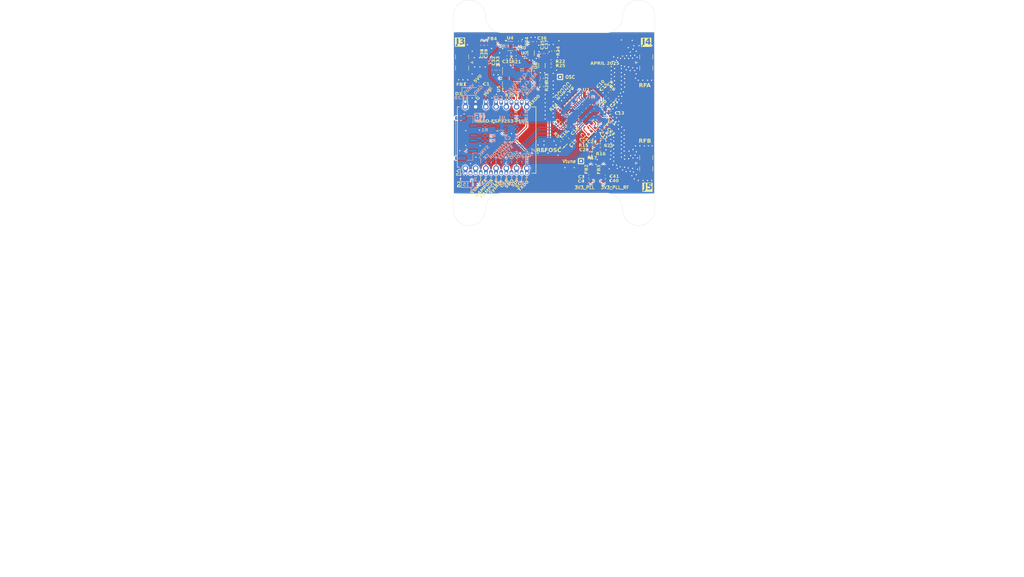
<source format=kicad_pcb>
(kicad_pcb (version 20241229) (generator "pcbnew") (generator_version "9.0")
  (layers (0 "F.Cu" signal) (4 "In1.Cu" signal) (6 "In2.Cu" signal) (2 "B.Cu" signal) (13 "F.Paste" user) (15 "B.Paste" user) (5 "F.SilkS" user "F.Silkscreen") (7 "B.SilkS" user "B.Silkscreen") (1 "F.Mask" user) (3 "B.Mask" user) (25 "Edge.Cuts" user))
  (property "COMPANY" "SIGMA0")
  (property "DATE" "APRIL 2025")
  (property "ENGINEER" "AWL")
  (property "PROJECT" "LMX2572EVM")
  (property "REVISION" "1.0")
  (net 0 "")
  (net 1 "GND")
  (net 2 "5V0_EXT")
  (net 3 "Net-(U2-CPOUT)")
  (net 4 "3V3")
  (net 5 "Net-(C25-Pad2)")
  (net 6 "Net-(C26-Pad1)")
  (net 7 "Net-(U2-VTUNE)")
  (net 8 "Net-(U2-VREGIN)")
  (net 9 "Net-(U2-VREFVCO)")
  (net 10 "3V3_PLL")
  (net 11 "Net-(U2-VREGVCO)")
  (net 12 "Net-(U2-VREFVCO2)")
  (net 13 "Net-(U2-VBIASVCO)")
  (net 14 "3V3_PLL_RF")
  (net 15 "Net-(U2-VBIASVCO2)")
  (net 16 "Net-(U2-OSCINP)")
  (net 17 "Net-(U2-OSCINM)")
  (net 18 "Net-(U2-VBIASVARAC)")
  (net 19 "/lmx2572_rf_pll_synth/rf_out_a_n")
  (net 20 "Net-(U2-RFOUTAP)")
  (net 21 "Net-(U2-RFOUTAM)")
  (net 22 "/lmx2572_rf_pll_synth/rf_out_a_p")
  (net 23 "/lmx2572_rf_pll_synth/rf_out_b_n")
  (net 24 "Net-(U2-RFOUTBM)")
  (net 25 "/lmx2572_rf_pll_synth/rf_out_b_p")
  (net 26 "Net-(U2-RFOUTBP)")
  (net 27 "VBUS")
  (net 28 "3V3_OSC")
  (net 29 "/ref_osc/clk_ext")
  (net 30 "Net-(C31-Pad2)")
  (net 31 "Net-(D2-A)")
  (net 32 "/controller/LED0")
  (net 33 "Net-(R1-Pad2)")
  (net 34 "/controller/TXD0")
  (net 35 "/controller/RXD0")
  (net 36 "/lmx2572_rf_pll_synth/REF_OSC_N")
  (net 37 "/lmx2572_rf_pll_synth/REF_OSC_P")
  (net 38 "Net-(U2-SYNC)")
  (net 39 "/controller/lmx2572.sync")
  (net 40 "/lmx2572_rf_pll_synth/pll_sync_ext")
  (net 41 "/controller/lmx2572.ce")
  (net 42 "/controller/i2c0.scl")
  (net 43 "/controller/i2c0.sda")
  (net 44 "/controller/ref_clk_en")
  (net 45 "Net-(U7-FIN)")
  (net 46 "Net-(U6-CLK0)")
  (net 47 "Net-(R23-Pad1)")
  (net 48 "Net-(R22-Pad1)")
  (net 49 "Net-(U6-CLK1)")
  (net 50 "Net-(U7-CLK0)")
  (net 52 "/controller/lmx2572.sdi")
  (net 53 "/controller/lmx2572.muxout")
  (net 54 "/controller/lmx2572.csb")
  (net 55 "/controller/ref_clk_select")
  (net 56 "/controller/lmx2572.rampclk")
  (net 57 "/controller/lmx2572.rampdir")
  (net 59 "/controller/lmx2572.sck")
  (net 60 "/controller/lmx2572.sysreffreq")
  (net 61 "Net-(U5-CLK+)")
  (net 66 "Net-(U7-OE)")
  (net 67 "Net-(J6-Pin_3)")
  (net 70 "Net-(J6-Pin_6)")
  (net 71 "Net-(J6-Pin_4)")
  (net 76 "/J6_5V_EXT")
  (footprint "Capacitor_SMD:C_0402_1005Metric" (layer "F.Cu") (at 164.15 75.5 135)
    (property "Reference" "C6")
    (property "Value" "10u" (hide yes))
  )
  (footprint "Capacitor_SMD:C_0402_1005Metric" (layer "F.Cu") (at 172.72 95.9)
    (property "Reference" "C41")
    (property "Value" "1u" (hide yes))
  )
  (footprint "Capacitor_SMD:C_0402_1005Metric" (layer "F.Cu") (at 173.9 75.8 45)
    (property "Reference" "C21")
    (property "Value" "10n" (hide yes))
  )
  (footprint "Capacitor_SMD:C_0402_1005Metric" (layer "F.Cu") (at 168.6 95.9 180)
    (property "Reference" "C4")
    (property "Value" "1u" (hide yes))
  )
  (footprint "Capacitor_SMD:C_0402_1005Metric" (layer "F.Cu") (at 169.65 83.95 -45)
    (property "Reference" "C14")
    (property "Value" "1u" (hide yes))
  )
  (footprint "Capacitor_SMD:C_0402_1005Metric" (layer "F.Cu") (at 163.3 85 45)
    (property "Reference" "C16")
    (property "Value" "100n" (hide yes))
  )
  (footprint "MountingHole:MountingHole_2.7mm_M2.5" (layer "F.Cu") (at 139 55)
    (property "Reference" "H1" (hide yes))
    (property "Value" "MountingHole" (hide yes))
  )
  (footprint "TestPoint:TestPoint_THTPad_1.0x1.0mm_Drill0.5mm" (layer "F.Cu") (at 161.5 70.1)
    (property "Reference" "TP1" (hide yes))
    (property "Value" "TestPoint" (hide yes))
  )
  (footprint "Capacitor_SMD:C_0402_1005Metric" (layer "F.Cu") (at 164.85 74.8 135)
    (property "Reference" "C27")
    (property "Value" "2200p" (hide yes))
  )
  (footprint "Resistor_SMD:R_0402_1005Metric" (layer "F.Cu") (at 157 70.4 90)
    (property "Reference" "R23")
    (property "Value" "18R" (hide yes))
  )
  (footprint "Capacitor_SMD:C_0402_1005Metric" (layer "F.Cu") (at 172.8 82.25 -45)
    (property "Reference" "C22")
    (property "Value" "10n" (hide yes))
  )
  (footprint "MountingHole:MountingHole_2.7mm_M2.5" (layer "F.Cu") (at 181 103)
    (property "Reference" "H3" (hide yes))
    (property "Value" "MountingHole" (hide yes))
  )
  (footprint "Oscillator:Oscillator_SMD_SI570_SI571_Standard" (layer "F.Cu") (at 150.8 70.4)
    (property "Reference" "U5")
    (property "Value" "Si570" (hide yes))
  )
  (footprint "Capacitor_SMD:C_0402_1005Metric" (layer "F.Cu") (at 143.16 62.22 90)
    (property "Reference" "C38")
    (property "Value" "100n" (hide yes))
  )
  (footprint "Capacitor_SMD:C_0402_1005Metric" (layer "F.Cu") (at 164.4 82.8 -135)
    (property "Reference" "C18")
    (property "Value" "1u" (hide yes))
  )
  (footprint "Connector_Coaxial:SMA_Samtec_SMA-J-P-H-ST-EM1_EdgeMount" (layer "F.Cu") (at 182.96 66.5)
    (property "Reference" "J4")
    (property "Value" "Conn_Coaxial_Small" (hide yes))
  )
  (footprint "Capacitor_SMD:C_0402_1005Metric" (layer "F.Cu") (at 164 85.7 45)
    (property "Reference" "C17")
    (property "Value" "100n" (hide yes))
  )
  (footprint "Inductor_SMD:L_0402_1005Metric" (layer "F.Cu") (at 139.1 71.9)
    (property "Reference" "FB1")
    (property "Value" "180R" (hide yes))
  )
  (footprint "Capacitor_SMD:C_0402_1005Metric" (layer "F.Cu") (at 173.45 81.6 -45)
    (property "Reference" "C23")
    (property "Value" "10n" (hide yes))
  )
  (footprint "Capacitor_SMD:C_0402_1005Metric" (layer "F.Cu") (at 158.1 64.3 90)
    (property "Reference" "C37")
    (property "Value" "100p" (hide yes))
  )
  (footprint "Connector_Coaxial:SMA_Samtec_SMA-J-P-H-ST-EM1_EdgeMount" (layer "F.Cu") (at 137.1 66.5 180)
    (property "Reference" "J3")
    (property "Value" "Conn_Coaxial_Small" (hide yes))
  )
  (footprint "Connector_Coaxial:SMA_Samtec_SMA-J-P-H-ST-EM1_EdgeMount" (layer "F.Cu") (at 182.96 91.5)
    (property "Reference" "J5")
    (property "Value" "Conn_Coaxial_Small" (hide yes))
  )
  (footprint "Capacitor_SMD:C_0402_1005Metric" (layer "F.Cu") (at 154.3 61.3 -90)
    (property "Reference" "C34")
    (property "Value" "100n" (hide yes))
  )
  (footprint "sigma0_Module:XIAO-ESP32S3P-SMD-2.54-21X17.8MM" (layer "F.Cu") (at 145.62 85.12 180)
    (property "Reference" "U3")
    (property "Value" "XIAO-ESP32S3-PLUS")
  )
  (footprint "MountingHole:MountingHole_2.7mm_M2.5" (layer "F.Cu") (at 139 103)
    (property "Reference" "H4" (hide yes))
    (property "Value" "MountingHole" (hide yes))
  )
  (footprint "Capacitor_SMD:C_0402_1005Metric" (layer "F.Cu") (at 157 64.28 -90)
    (property "Reference" "C35")
    (property "Value" "100n" (hide yes))
  )
  (footprint "Resistor_SMD:R_0402_1005Metric" (layer "F.Cu") (at 172.1 82.95 -45)
    (property "Reference" "R7")
    (property "Value" "49R9" (hide yes))
  )
  (footprint "sigma0_Package_DFN:TDFN2013-6LD-PL-1_MCH" (layer "F.Cu") (at 154.299999 64.1713 90)
    (property "Reference" "U7")
    (property "Value" "PL133-27GC-R" (hide yes))
  )
  (footprint "Capacitor_SMD:C_0402_1005Metric" (layer "F.Cu") (at 172.72 94.8 180)
    (property "Reference" "C40")
    (property "Value" "100n" (hide yes))
  )
  (footprint "Capacitor_SMD:C_0402_1005Metric" (layer "F.Cu") (at 174.05 79)
    (property "Reference" "C13")
    (property "Value" "100n" (hide yes))
  )
  (footprint "sigma0_Packages_QFN:RHA0040H" (layer "F.Cu") (at 168 78.9 45)
    (property "Reference" "U2")
    (property "Value" "LMX2572RHAT" (hide yes))
  )
  (footprint "Capacitor_SMD:C_0402_1005Metric" (layer "F.Cu") (at 146.1 68.4 -90)
    (property "Reference" "C33")
    (property "Value" "100p" (hide yes))
  )
  (footprint "Capacitor_SMD:C_0402_1005Metric" (layer "F.Cu") (at 170.6 83.1 -45)
    (property "Reference" "C11")
    (property "Value" "1u" (hide yes))
  )
  (footprint "TestPoint:TestPoint_THTPad_1.0x1.0mm_Drill0.5mm" (layer "F.Cu") (at 166.7 91)
    (property "Reference" "TP2" (hide yes))
    (property "Value" "TestPoint" (hide yes))
  )
  (footprint "Inductor_SMD:L_0402_1005Metric" (layer "F.Cu") (at 169.11 93.13 90)
    (property "Reference" "FB2")
    (property "Value" "180R" (hide yes))
  )
  (footprint "Diode_SMD:Nexperia_CFP3_SOD-123W" (layer "F.Cu") (at 139.4 73.7)
    (property "Reference" "D1")
    (property "Value" "PMEG2010ER" (hide yes))
  )
  (footprint "Capacitor_SMD:C_0402_1005Metric" (layer "F.Cu") (at 171.45 86.1 180)
    (property "Reference" "C24")
    (property "Value" "390p" (hide yes))
  )
  (footprint "Resistor_SMD:R_0402_1005Metric" (layer "F.Cu") (at 150.6 65.2)
    (property "Reference" "R21")
    (property "Value" "0R" (hide yes))
  )
  (footprint "Capacitor_SMD:C_0402_1005Metric" (layer "F.Cu") (at 173.15 75.1 45)
    (property "Reference" "C20")
    (property "Value" "10n" (hide yes))
  )
  (footprint "Capacitor_SMD:C_0402_1005Metric" (layer "F.Cu") (at 142.13 62.22 -90)
    (property "Reference" "C39")
    (property "Value" "1u" (hide yes))
  )
  (footprint "Resistor_SMD:R_0402_1005Metric" (layer "F.Cu") (at 169.5 87.1 180)
    (property "Reference" "R15")
    (property "Value" "330R" (hide yes))
  )
  (footprint "sigma0_Package_DFN:TDFN2013-6LD-PL-1_MCH" (layer "F.Cu") (at 157 67.2508 90)
    (property "Reference" "U6")
    (property "Value" "PL133-27GC-R" (hide yes))
  )
  (footprint "Capacitor_SMD:C_0603_1608Metric" (layer "F.Cu") (at 162.8 81 135)
    (property "Reference" "C12")
    (property "Value" "470n" (hide yes))
  )
  (footprint "Capacitor_SMD:C_0402_1005Metric" (layer "F.Cu") (at 163.45 76.2 135)
    (property "Reference" "C7")
    (property "Value" "1u" (hide yes))
  )
  (footprint "Capacitor_SMD:C_0402_1005Metric" (layer "F.Cu") (at 168.9 84.7 -45)
    (property "Reference" "C5")
    (property "Value" "1u" (hide yes))
  )
  (footprint "Resistor_SMD:R_0402_1005Metric" (layer "F.Cu") (at 157 72.475 90)
    (property "Reference" "R26")
    (property "Value" "18R" (hide yes))
  )
  (footprint "Capacitor_SMD:C_0402_1005Metric" (layer "F.Cu") (at 169.95 73.45 45)
    (property "Reference" "C10")
    (property "Value" "10u" (hide yes))
  )
  (footprint "Inductor_SMD:L_0402_1005Metric" (layer "F.Cu") (at 172.27 93.16 90)
    (property "Reference" "FB3")
    (property "Value" "180R" (hide yes))
  )
  (footprint "Resistor_SMD:R_0402_1005Metric" (layer "F.Cu") (at 161.9 85.8 -45)
    (property "Reference" "R5")
    (property "Value" "51R" (hide yes))
  )
  (footprint "Capacitor_SMD:C_0402_1005Metric" (layer "F.Cu") (at 165.55 74.1 135)
    (property "Reference" "C19")
    (property "Value" "10u" (hide yes))
  )
  (footprint "Capacitor_SMD:C_0402_1005Metric" (layer "F.Cu") (at 171.45 87.1 180)
    (property "Reference" "C25")
    (property "Value" "15n" (hide yes))
  )
  (footprint "Resistor_SMD:R_0402_1005Metric" (layer "F.Cu") (at 159.3 67.3)
    (property "Reference" "R25")
    (property "Value" "18R" (hide yes))
  )
  (footprint "Inductor_SMD:L_0402_1005Metric" (layer "F.Cu") (at 144.63 61.79)
    (property "Reference" "FB4")
    (property "Value" "180R" (hide yes))
  )
  (footprint "LED_SMD:LED_0603_1608Metric" (layer "F.Cu") (at 138.5 96.8)
    (property "Reference" "D2")
    (property "Value" "LED" (hide yes))
  )
  (footprint "Capacitor_SMD:C_0402_1005Metric" (layer "F.Cu") (at 145 68.4 90)
    (property "Reference" "C32")
    (property "Value" "100n" (hide yes))
  )
  (footprint "Capacitor_SMD:C_0402_1005Metric" (layer "F.Cu") (at 148.3 65.2)
    (property "Reference" "C31")
    (property "Value" "100n" (hide yes))
  )
  (footprint "Resistor_SMD:R_0402_1005Metric" (layer "F.Cu") (at 161.1 78.7 45)
    (property "Reference" "R14")
    (property "Value" "10k" (hide yes))
  )
  (footprint "MountingHole:MountingHole_2.7mm_M2.5" (layer "F.Cu") (at 181 55)
    (property "Reference" "H2" (hide yes))
    (property "Value" "MountingHole" (hide yes))
  )
  (footprint "Resistor_SMD:R_0402_1005Metric" (layer "F.Cu") (at 151.19 74.59 180)
    (property "Reference" "R20")
    (property "Value" "10k" (hide yes))
  )
  (footprint "Capacitor_SMD:C_0402_1005Metric" (layer "F.Cu") (at 141.3 71.9 180)
    (property "Reference" "C1")
    (property "Value" "100n" (hide yes))
  )
  (footprint "Resistor_SMD:R_0402_1005Metric" (layer "F.Cu") (at 169.5 89.1 180)
    (property "Reference" "R17")
    (property "Value" "0R" (hide yes))
  )
  (footprint "Capacitor_SMD:C_0402_1005Metric" (layer "F.Cu") (at 171.35 74.85 45)
    (property "Reference" "C9")
    (property "Value" "1u" (hide yes))
  )
  (footprint "Capacitor_SMD:C_0402_1005Metric" (layer "F.Cu") (at 151.5 61.25 90)
    (property "Reference" "C30")
    (property "Value" "100n" (hide yes))
  )
  (footprint "Resistor_SMD:R_0402_1005Metric" (layer "F.Cu") (at 159.8 63.65 90)
    (property "Reference" "R24")
    (property "Value" "18R" (hide yes))
  )
  (footprint "Capacitor_SMD:C_0402_1005Metric" (layer "F.Cu") (at 155.3 61.3 90)
    (property "Reference" "C36")
    (property "Value" "100p" (hide yes))
  )
  (footprint "Capacitor_SMD:C_0402_1005Metric" (layer "F.Cu") (at 170.65 74.15 -135)
    (property "Reference" "C15")
    (property "Value" "100n" (hide yes))
  )
  (footprint "Resistor_SMD:R_0402_1005Metric" (layer "F.Cu") (at 173.75 73.65 -45)
    (property "Reference" "R6")
    (property "Value" "49R9" (hide yes))
  )
  (footprint "Capacitor_SMD:C_0402_1005Metric" (layer "F.Cu") (at 169.5 88.1 180)
    (property "Reference" "C26")
    (property "Value" "300p" (hide yes))
  )
  (footprint "Package_TO_SOT_SMD:SOT-353_SC-70-5" (layer "F.Cu") (at 149.15 62.4)
    (property "Reference" "U4")
    (property "Value" "74AUP1G04" (hide yes))
  )
  (footprint "Resistor_SMD:R_0402_1005Metric" (layer "F.Cu") (at 171.45 88.1 180)
    (property "Reference" "R16")
    (property "Value" "0R" (hide yes))
  )
  (footprint "Capacitor_SMD:C_0402_1005Metric" (layer "F.Cu") (at 168.6 94.75)
    (property "Reference" "C3")
    (property "Value" "100n" (hide yes))
  )
  (footprint "Capacitor_SMD:C_0402_1005Metric" (layer "F.Cu") (at 162.75 76.9 135)
    (property "Reference" "C8")
    (property "Value" "10n" (hide yes))
  )
  (footprint "Resistor_SMD:R_0402_1005Metric" (layer "F.Cu") (at 159.3 66.2 180)
    (property "Reference" "R22")
    (property "Value" "18R" (hide yes))
  )
  (footprint "Capacitor_SMD:C_0402_1005Metric" (layer "B.Cu") (at 148.42 84.15)
    (property "Reference" "C2")
    (property "Value" "100n" (hide yes))
  )
  (footprint "Package_TO_SOT_SMD:SOT-353_SC-70-5" (layer "B.Cu") (at 147 82.15)
    (property "Reference" "U1")
    (property "Value" "74AUP1G34" (hide yes))
  )
  (footprint "Resistor_SMD:R_0402_1005Metric" (layer "B.Cu") (at 151.99 79.54 90)
    (property "Reference" "R18")
    (property "Value" "2K2" (hide yes))
  )
  (footprint "Resistor_SMD:R_0402_1005Metric" (layer "B.Cu") (at 140 96.8 180)
    (property "Reference" "R2")
    (property "Value" "2K2" (hide yes))
  )
  (footprint "Connector_JST:JST_GH_SM06B-GHS-TB_1x06-1MP_P1.25mm_Horizontal" (layer "B.Cu") (at 138.15 85.275 90)
    (property "Reference" "J6")
    (property "Value" "Conn_01x06_MountingPin" (hide yes))
  )
  (footprint "Resistor_SMD:R_0402_1005Metric" (layer "B.Cu") (at 149.43 79.57 90)
    (property "Reference" "R19")
    (property "Value" "2K2" (hide yes))
  )
  (footprint "Resistor_SMD:R_0402_1005Metric" (layer "B.Cu") (at 150.3 81.5 180)
    (property "Reference" "R13")
    (property "Value" "0R" (hide yes))
  )
  (footprint "Capacitor_SMD:C_0402_1005Metric" (layer "B.Cu") (at 138.5 75.3 180)
    (property "Reference" "C28")
    (property "Value" "100n" (hide yes))
  )
  (footprint "Resistor_SMD:R_0402_1005Metric" (layer "B.Cu") (at 150.85 83 -90)
    (property "Reference" "R12")
    (property "Value" "0R" (hide yes))
  )
  (footprint "Resistor_SMD:R_0402_1005Metric" (layer "B.Cu") (at 142.9 82.15)
    (property "Reference" "R1")
    (property "Value" "0R" (hide yes))
  )
  (footprint "Resistor_SMD:R_0402_1005Metric" (layer "B.Cu") (at 142.9 85.9)
    (property "Reference" "R3")
    (property "Value" "0R" (hide yes))
  )
  (footprint "Resistor_SMD:R_0402_1005Metric" (layer "B.Cu") (at 142.89 84.7)
    (property "Reference" "R4")
    (property "Value" "0R" (hide yes))
  )
  (footprint "Capacitor_SMD:C_0402_1005Metric" (layer "B.Cu") (at 143.560034 75.320068 180)
    (property "Reference" "C29")
    (property "Value" "100n" (hide yes))
  )
  (gr_poly (pts (xy 181.428734 90.98209) (xy 176.838734 91.45209) (xy 176.838734 91.55209) (xy 181.518734 92.04209) (xy 181.518734 90.97209)) (stroke (width 0.2)) (fill yes) (layer "F.Cu") (net 25))
  (gr_poly (pts (xy 181.5 65.98) (xy 176.91 66.45) (xy 176.91 66.55) (xy 181.59 67.04) (xy 181.59 65.97)) (stroke (width 0.2)) (fill yes) (layer "F.Cu") (net 22))
  (gr_line (start 136.9 94.1) (end 136.9 94.5) (stroke (width 0.16)) (layer "F.SilkS"))
  (gr_line (start 136.5 92.5) (end 136 92.5) (stroke (width 0.16)) (layer "F.SilkS"))
  (gr_line (start 141.8 95.8) (end 141.4 96.2) (stroke (width 0.16)) (layer "F.SilkS"))
  (gr_line (start 149.5 95.25) (end 149.5 94.75) (stroke (width 0.16)) (layer "F.SilkS"))
  (gr_line (start 135.8 94.5) (end 135.8 94.1) (stroke (width 0.16)) (layer "F.SilkS"))
  (gr_line (start 136.3 93) (end 136.7 93) (stroke (width 0.16)) (layer "F.SilkS"))
  (gr_line (start 144.4 95.15) (end 144.4 94.65) (stroke (width 0.16)) (layer "F.SilkS"))
  (gr_line (start 136 92.5) (end 136 77.5) (stroke (width 0.16)) (layer "F.SilkS"))
  (gr_line (start 136.2 93.5) (end 135.9 93.5) (stroke (width 0.16)) (layer "F.SilkS"))
  (gr_line (start 135.9 93.4) (end 136.3 93) (stroke (width 0.16)) (layer "F.SilkS"))
  (gr_line (start 136.9 94.5) (end 136.7 94.5) (stroke (width 0.16)) (layer "F.SilkS"))
  (gr_line (start 136.7 94.1) (end 136.9 94.1) (stroke (width 0.16)) (layer "F.SilkS"))
  (gr_line (start 150.75 95.25) (end 150.75 94.75) (stroke (width 0.16)) (layer "F.SilkS"))
  (gr_line (start 152 95.25) (end 152 94.75) (stroke (width 0.16)) (layer "F.SilkS"))
  (gr_line (start 136 77.5) (end 136.5 77.5) (stroke (width 0.16)) (layer "F.SilkS"))
  (gr_line (start 148.2 95.25) (end 148.2 94.75) (stroke (width 0.16)) (layer "F.SilkS"))
  (gr_line (start 135.8 94.1) (end 136.2 94.1) (stroke (width 0.16)) (layer "F.SilkS"))
  (gr_line (start 145.6 95.25) (end 145.6 94.75) (stroke (width 0.16)) (layer "F.SilkS"))
  (gr_line (start 141.8 94.7) (end 141.8 95.8) (stroke (width 0.16)) (layer "F.SilkS"))
  (gr_line (start 153.25 95.25) (end 153.25 94.75) (stroke (width 0.16)) (layer "F.SilkS"))
  (gr_line (start 155.5 94) (end 154.5 94) (stroke (width 0.16)) (layer "F.SilkS"))
  (gr_line (start 154.5 77.5) (end 155.5 77.5) (stroke (width 0.16)) (layer "F.SilkS"))
  (gr_line (start 146.9 95.25) (end 146.9 94.75) (stroke (width 0.16)) (layer "F.SilkS"))
  (gr_line (start 136.7 93) (end 136.7 94.1) (stroke (width 0.16)) (layer "F.SilkS"))
  (gr_line (start 135.9 93.5) (end 135.9 93.4) (stroke (width 0.16)) (layer "F.SilkS"))
  (gr_line (start 143.1 95.15) (end 143.1 94.65) (stroke (width 0.16)) (layer "F.SilkS"))
  (gr_line (start 136.2 94.1) (end 136.2 93.5) (stroke (width 0.16)) (layer "F.SilkS"))
  (gr_line (start 162.1 87.9) (end 163.3 86.7) (stroke (width 0.16)) (layer "F.SilkS"))
  (gr_line (start 155.5 77.5) (end 155.5 94) (stroke (width 0.16)) (layer "F.SilkS"))
  (gr_line (start 136.7 94.5) (end 135.8 94.5) (stroke (width 0.16)) (layer "F.SilkS"))
  (gr_line (start 148.2 74.95) (end 148.2 75.45) (stroke (width 0.16)) (layer "B.SilkS"))
  (gr_line (start 152 90.95) (end 152 91.45) (stroke (width 0.16)) (layer "B.SilkS"))
  (gr_line (start 150.75 74.95) (end 150.75 75.45) (stroke (width 0.16)) (layer "B.SilkS"))
  (gr_line (start 152 74.95) (end 152 75.45) (stroke (width 0.16)) (layer "B.SilkS"))
  (gr_line (start 141.8 90.4) (end 141.4 90) (stroke (width 0.16)) (layer "B.SilkS"))
  (gr_line (start 149.5 90.95) (end 149.5 91.45) (stroke (width 0.16)) (layer "B.SilkS"))
  (gr_line (start 153.25 90.95) (end 153.25 91.45) (stroke (width 0.16)) (layer "B.SilkS"))
  (gr_line (start 146.9 90.95) (end 146.9 91.45) (stroke (width 0.16)) (layer "B.SilkS"))
  (gr_line (start 148.2 90.95) (end 148.2 91.45) (stroke (width 0.16)) (layer "B.SilkS"))
  (gr_line (start 144.4 91.05) (end 144.4 91.55) (stroke (width 0.16)) (layer "B.SilkS"))
  (gr_line (start 152 94.75) (end 152 95.75) (stroke (width 0.16)) (layer "B.SilkS"))
  (gr_line (start 141.8 91.5) (end 141.8 90.4) (stroke (width 0.16)) (layer "B.SilkS"))
  (gr_line (start 150.75 90.95) (end 150.75 91.45) (stroke (width 0.16)) (layer "B.SilkS"))
  (gr_line (start 143.1 91.05) (end 143.1 91.55) (stroke (width 0.16)) (layer "B.SilkS"))
  (gr_line (start 149.5 94.75) (end 149.5 95.75) (stroke (width 0.16)) (layer "B.SilkS"))
  (gr_line (start 145.6 90.95) (end 145.6 91.45) (stroke (width 0.16)) (layer "B.SilkS"))
  (gr_line (start 149.5 74.95) (end 149.5 75.45) (stroke (width 0.16)) (layer "B.SilkS"))
  (gr_line (start 153.25 74.95) (end 153.25 75.45) (stroke (width 0.16)) (layer "B.SilkS"))
  (gr_line (start 140.5 74.85) (end 140.5 75.35) (stroke (width 0.16)) (layer "B.SilkS"))
  (gr_line (start 135 99) (end 135 59) (stroke (width 0.05)) (layer "Edge.Cuts"))
  (gr_line (start 135 59) (end 135 55) (stroke (width 0.05)) (layer "Edge.Cuts"))
  (gr_arc (start 177 55) (mid 175.828427 57.828427) (end 173 59) (stroke (width 0.05)) (layer "Edge.Cuts"))
  (gr_arc (start 177 55) (mid 181 51) (end 185 55) (stroke (width 0.05)) (layer "Edge.Cuts"))
  (gr_arc (start 147 59) (mid 144.171573 57.828427) (end 143 55) (stroke (width 0.05)) (layer "Edge.Cuts"))
  (gr_line (start 185 99) (end 185 103) (stroke (width 0.05)) (layer "Edge.Cuts"))
  (gr_arc (start 143 103) (mid 144.171573 100.171573) (end 147 99) (stroke (width 0.05)) (layer "Edge.Cuts"))
  (gr_line (start 185 59) (end 185 55) (stroke (width 0.05)) (layer "Edge.Cuts"))
  (gr_line (start 147 59) (end 173 59) (stroke (width 0.05)) (layer "Edge.Cuts"))
  (gr_arc (start 135 55) (mid 139 51) (end 143 55) (stroke (width 0.05)) (layer "Edge.Cuts"))
  (gr_line (start 147 99) (end 173 99) (stroke (width 0.05)) (layer "Edge.Cuts"))
  (gr_line (start 185 59) (end 185 99) (stroke (width 0.05)) (layer "Edge.Cuts"))
  (gr_arc (start 173 99) (mid 175.828427 100.171573) (end 177 103) (stroke (width 0.05)) (layer "Edge.Cuts"))
  (gr_arc (start 185 103) (mid 181 107) (end 177 103) (stroke (width 0.05)) (layer "Edge.Cuts"))
  (gr_arc (start 143 103) (mid 139 107) (end 135 103) (stroke (width 0.05)) (layer "Edge.Cuts"))
  (gr_line (start 135 99) (end 135 103) (stroke (width 0.05)) (layer "Edge.Cuts"))
  (gr_text "SysREF" (at 147.6 96.1 45) (layer "F.SilkS") (effects (font (size 0.8 0.8) (thickness 0.16) (bold yes)) (justify right bottom)))
  (gr_text "SCK" (at 152.7 96.1 45) (layer "F.SilkS") (effects (font (size 0.8 0.8) (thickness 0.16) (bold yes)) (justify right bottom)))
  (gr_text "TXD0" (at 153.9 96.3 45) (layer "F.SilkS") (effects (font (size 0.8 0.8) (thickness 0.16) (bold yes)) (justify right bottom)))
  (gr_text "5V0" (at 142.3 70 45) (layer "F.SilkS") (effects (font (size 0.8 0.8) (thickness 0.16) (bold yes)) (justify right bottom)))
  (gr_text "SDO" (at 150.2 96 45) (layer "F.SilkS") (effects (font (size 0.8 0.8) (thickness 0.16) (bold yes)) (justify right bottom)))
  (gr_text "RAMPDIR" (at 145.1 95.9 45) (layer "F.SilkS") (effects (font (size 0.8 0.8) (thickness 0.16) (bold yes)) (justify right bottom)))
  (gr_text "REFOSC" (at 161.8 88.9 0) (layer "F.SilkS") (effects (font (size 1 1) (thickness 0.16) (bold yes)) (justify right bottom)))
  (gr_text "3V3_PLL_RF" (at 171.5 98 0) (layer "F.SilkS") (effects (font (size 0.8 0.8) (thickness 0.16) (bold yes)) (justify left bottom)))
  (gr_text "3V3_PLL" (at 165 98 0) (layer "F.SilkS") (effects (font (size 0.8 0.8) (thickness 0.16) (bold yes)) (justify left bottom)))
  (gr_text "CE\n" (at 143.6 95.9 45) (layer "F.SilkS") (effects (font (size 0.8 0.8) (thickness 0.16) (bold yes)) (justify right bottom)))
  (gr_text "G" (at 141.8 75.4 45) (layer "F.SilkS") (effects (font (size 0.8 0.8) (thickness 0.16) (bold yes)) (justify right bottom)))
  (gr_text "RFA" (at 184 72.8 0) (layer "F.SilkS") (effects (font (size 1 1) (thickness 0.16) (bold yes)) (justify right bottom)))
  (gr_text "RFB" (at 184.1 86.6 0) (layer "F.SilkS") (effects (font (size 1 1) (thickness 0.16) (bold yes)) (justify right bottom)))
  (gr_text "${DATE}" (at 169 67.2 0) (layer "F.SilkS") (effects (font (size 0.8 0.8) (thickness 0.16) (bold yes)) (justify left bottom)))
  (gr_text "OSC" (at 162.7 70.6 0) (layer "F.SilkS") (effects (font (size 0.8 0.8) (thickness 0.16) (bold yes)) (justify left bottom)))
  (gr_text "Vtune" (at 162 91.5 0) (layer "F.SilkS") (effects (font (size 0.8 0.8) (thickness 0.16) (bold yes)) (justify left bottom)))
  (gr_text "3V3" (at 144.7 73.5 45) (layer "F.SilkS") (effects (font (size 0.8 0.8) (thickness 0.16) (bold yes)) (justify right bottom)))
  (gr_text "SYNC" (at 142.1 97 45) (layer "F.SilkS") (effects (font (size 0.8 0.8) (thickness 0.16) (bold yes)) (justify right bottom)))
  (gr_text "CSB" (at 148.9 96 45) (layer "F.SilkS") (effects (font (size 0.8 0.8) (thickness 0.16) (bold yes)) (justify right bottom)))
  (gr_text "RXD0" (at 156.7 75 45) (layer "F.SilkS") (effects (font (size 0.8 0.8) (thickness 0.16) (bold yes)) (justify right bottom)))
  (gr_text "RAMPCLK" (at 146.4 96.1 45) (layer "F.SilkS") (effects (font (size 0.8 0.8) (thickness 0.16) (bold yes)) (justify right bottom)))
  (gr_text "SDI" (at 151.4 96.1 45) (layer "F.SilkS") (effects (font (size 0.8 0.8) (thickness 0.16) (bold yes)) (justify right bottom)))
  (gr_text "SYSREF" (at 146.7 91 45) (layer "B.SilkS") (effects (font (size 0.8 0.8) (thickness 0.16) (bold yes)) (justify right bottom mirror)))
  (gr_text "15" (at 139 97.25 0) (layer "B.SilkS") (effects (font (size 0.8 0.8) (thickness 0.16) (bold yes)) (justify left bottom mirror)))
  (gr_text "REF-CLK-SELECT" (at 148.2 74.9 45) (layer "B.SilkS") (effects (font (size 0.8 0.8) (thickness 0.16) (bold yes)) (justify right bottom mirror)))
  (gr_text "VBUS" (at 138 74.7 45) (layer "B.SilkS") (effects (font (size 0.8 0.8) (thickness 0.16) (bold yes)) (justify right bottom mirror)))
  (gr_text "5" (at 148.633333 96 0) (layer "B.SilkS") (effects (font (size 0.8 0.8) (thickness 0.16) (bold yes)) (justify left bottom mirror)))
  (gr_text "CSB" (at 148.2 90.9 45) (layer "B.SilkS") (effects (font (size 0.8 0.8) (thickness 0.16) (bold yes)) (justify right bottom mirror)))
  (gr_text "1" (at 137.25 96 0) (layer "B.SilkS") (effects (font (size 0.8 0.8) (thickness 0.16) (bold yes)) (justify left bottom mirror)))
  (gr_text "TXD0" (at 153.4 90.9 45) (layer "B.SilkS") (effects (font (size 0.8 0.8) (thickness 0.16) (bold yes)) (justify right bottom mirror)))
  (gr_text "SDI" (at 150.9 90.8 45) (layer "B.SilkS") (effects (font (size 0.8 0.8) (thickness 0.16) (bold yes)) (justify right bottom mirror)))
  (gr_text "RAMPCLK" (at 145.6 90.8 45) (layer "B.SilkS") (effects (font (size 0.8 0.8) (thickness 0.16) (bold yes)) (justify right bottom mirror)))
  (gr_text "3V3" (at 143.2 74.6 45) (layer "B.SilkS") (effects (font (size 0.8 0.8) (thickness 0.16) (bold yes)) (justify right bottom mirror)))
  (gr_text "4" (at 146.1 96 0) (layer "B.SilkS") (effects (font (size 0.8 0.8) (thickness 0.16) (bold yes)) (justify left bottom mirror)))
  (gr_text "GND" (at 140.6 74.7 45) (layer "B.SilkS") (effects (font (size 0.8 0.8) (thickness 0.16) (bold yes)) (justify right bottom mirror)))
  (gr_text "RXD0" (at 153.4 74.9 45) (layer "B.SilkS") (effects (font (size 0.8 0.8) (thickness 0.16) (bold yes)) (justify right bottom mirror)))
  (gr_text "19" (at 150.25 97 0) (layer "B.SilkS") (effects (font (size 0.8 0.8) (thickness 0.16) (bold yes)) (justify left bottom mirror)))
  (gr_text "6" (at 151.166667 96 0) (layer "B.SilkS") (effects (font (size 0.8 0.8) (thickness 0.16) (bold yes)) (justify left bottom mirror)))
  (gr_text "20\n" (at 152.75 97 0) (layer "B.SilkS") (effects (font (size 0.8 0.8) (thickness 0.16) (bold yes)) (justify left bottom mirror)))
  (gr_text "7" (at 153.7 96 0) (layer "B.SilkS") (effects (font (size 0.8 0.8) (thickness 0.16) (bold yes)) (justify left bottom mirror)))
  (gr_text "SDA" (at 149.5 74.8 45) (layer "B.SilkS") (effects (font (size 0.8 0.8) (thickness 0.16) (bold yes)) (justify right bottom mirror)))
  (gr_text "17" (at 145 97 0) (layer "B.SilkS") (effects (font (size 0.8 0.8) (thickness 0.16) (bold yes)) (justify left bottom mirror)))
  (gr_text "SCL" (at 152.2 74.7 45) (layer "B.SilkS") (effects (font (size 0.8 0.8) (thickness 0.16) (bold yes)) (justify right bottom mirror)))
  (gr_text "SYNC" (at 141.7 90 45) (layer "B.SilkS") (effects (font (size 0.8 0.8) (thickness 0.16) (bold yes)) (justify right bottom mirror)))
  (gr_text "2" (at 141.033333 96 0) (layer "B.SilkS") (effects (font (size 0.8 0.8) (thickness 0.16) (bold yes)) (justify left bottom mirror)))
  (gr_text "CE\n" (at 143 90.8 45) (layer "B.SilkS") (effects (font (size 0.8 0.8) (thickness 0.16) (bold yes)) (justify right bottom mirror)))
  (gr_text "REF-CLK-EN" (at 150.9 74.7 45) (layer "B.SilkS") (effects (font (size 0.8 0.8) (thickness 0.16) (bold yes)) (justify right bottom mirror)))
  (gr_text "SDO" (at 149.5 90.8 45) (layer "B.SilkS") (effects (font (size 0.8 0.8) (thickness 0.16) (bold yes)) (justify right bottom mirror)))
  (gr_text "SCK" (at 152.3 90.7 45) (layer "B.SilkS") (effects (font (size 0.8 0.8) (thickness 0.16) (bold yes)) (justify right bottom mirror)))
  (gr_text "16" (at 142.75 97 0) (layer "B.SilkS") (effects (font (size 0.8 0.8) (thickness 0.16) (bold yes)) (justify left bottom mirror)))
  (gr_text "RAMPDIR" (at 144.4 90.7 45) (layer "B.SilkS") (effects (font (size 0.8 0.8) (thickness 0.16) (bold yes)) (justify right bottom mirror)))
  (gr_text "3" (at 143.566667 96 0) (layer "B.SilkS") (effects (font (size 0.8 0.8) (thickness 0.16) (bold yes)) (justify left bottom mirror)))
  (gr_text "18" (at 147.75 97 0) (layer "B.SilkS") (effects (font (size 0.8 0.8) (thickness 0.16) (bold yes)) (justify left bottom mirror)))
  (segment (start 164.711951 79.713169) (end 165.525122 78.899998) (width 0.2) (layer "F.Cu") (net 1))
  (segment (start 167.817285 75.527603) (end 167.947932 75.65825) (width 0.2) (layer "F.Cu") (net 1))
  (segment (start 167.955397 75.65825) (end 167.955397 77.132991) (width 0.2) (layer "F.Cu") (net 1))
  (segment (start 171.689411 74.510589) (end 172.15 74.05) (width 0.4) (layer "F.Cu") (net 1))
  (segment (start 180.425 94.325) (end 180.4 94.35) (width 0.4) (layer "F.Cu") (net 1))
  (segment (start 158.1 63.82) (end 158.77 63.82) (width 0.4) (layer "F.Cu") (net 1))
  (segment (start 170.289411 73.110589) (end 170.75 72.65) (width 0.4) (layer "F.Cu") (net 1))
  (segment (start 142.125 63.4) (end 142.13 63.395) (width 0.4) (layer "F.Cu") (net 1))
  (segment (start 158.77 63.82) (end 158.775 63.825) (width 0.3) (layer "F.Cu") (net 1))
  (segment (start 146.1 68.88) (end 146.1 69.55) (width 0.4) (layer "F.Cu") (net 1))
  (segment (start 165.210589 73.735589) (end 164.65 73.175) (width 0.4) (layer "F.Cu") (net 1))
  (segment (start 173.2 95.9) (end 173.92 95.9) (width 0.4) (layer "F.Cu") (net 1))
  (segment (start 151.7 74.59) (end 152.42 74.59) (width 0.2) (layer "F.Cu") (net 1))
  (segment (start 153.3 72.5) (end 154.7 72.5) (width 0.4) (layer "F.Cu") (net 1))
  (segment (start 142.13 63.395) (end 142.13 62.7) (width 0.4) (layer "F.Cu") (net 1))
  (segment (start 166.126166 81.127384) (end 167.999998 79.253552) (width 0.2) (layer "F.Cu") (net 1))
  (segment (start 167.947932 75.65825) (end 167.955397 75.65825) (width 0.2) (layer "F.Cu") (net 1))
  (segment (start 155.3 60.82) (end 155.3 60.25) (width 0.4) (layer "F.Cu") (net 1))
  (segment (start 153.3 72.5) (end 153.3 74.05) (width 0.4) (layer "F.Cu") (net 1))
  (segment (start 157.399999 68.799999) (end 157.675 69.075) (width 0.16) (layer "F.Cu") (net 1))
  (segment (start 154.699998 65.2) (end 154.699998 65.949998) (width 0.16) (layer "F.Cu") (net 1))
  (segment (start 163.810589 75.135589) (end 163.25 74.575) (width 0.4) (layer "F.Cu") (net 1))
  (segment (start 163.110589 75.835589) (end 162.55 75.275) (width 0.4) (layer "F.Cu") (net 1))
  (segment (start 163.63 83.58) (end 163.65 83.58) (width 0.4) (layer "F.Cu") (net 1))
  (segment (start 168.89 87.2) (end 168.303387 87.2) (width 0.4) (layer "F.Cu") (net 1))
  (segment (start 152.07 60.77) (end 152.1 60.8) (width 0.4) (layer "F.Cu") (net 1))
  (segment (start 180.434563 88.675) (end 180.433553 88.67601) (width 0.4) (layer "F.Cu") (net 1))
  (segment (start 168.12 94.75) (end 167.3 94.75) (width 0.4) (layer "F.Cu") (net 1))
  (segment (start 170.244121 84.945187) (end 169.989411 84.690477) (width 0.4) (layer "F.Cu") (net 1))
  (segment (start 162.410589 76.535589) (end 161.85 75.975) (width 0.4) (layer "F.Cu") (net 1))
  (segment (start 180.35 69.325159) (end 182.709841 69.325159) (width 0.4) (layer "F.Cu") (net 1))
  (segment (start 180.4 94.35) (end 182.685 94.35) (width 0.4) (layer "F.Cu") (net 1))
  (segment (start 143.15 63.375) (end 143.16 63.365) (width 0.4) (layer "F.Cu") (net 1))
  (segment (start 163.65 83.58) (end 164.060589 83.169411) (width 0.4) (layer "F.Cu") (net 1))
  (segment (start 151.5 60.77) (end 152.07 60.77) (width 0.4) (layer "F.Cu") (net 1))
  (segment (start 169.166724 81.834491) (end 167.999998 80.667765) (width 0.2) (layer "F.Cu") (net 1))
  (segment (start 143.16 63.365) (end 143.16 62.7) (width 0.4) (layer "F.Cu") (net 1))
  (segment (start 173.92 95.9) (end 173.97 95.85) (width 0.4) (layer "F.Cu") (net 1))
  (segment (start 145 68.88) (end 145 69.55) (width 0.4) (layer "F.Cu") (net 1))
  (segment (start 164.745209 78.827191) (end 166.261197 78.827191) (width 0.2) (layer "F.Cu") (net 1))
  (segment (start 140.54 77.5) (end 140.54 76.23) (width 0.4) (layer "F.Cu") (net 1))
  (segment (start 139.675 69.325) (end 137.35 69.325) (width 0.4) (layer "F.Cu") (net 1))
  (segment (start 170.989411 73.810589) (end 171.45 73.35) (width 0.4) (layer "F.Cu") (net 1))
  (segment (start 154.3 60.82) (end 154.3 60.25) (width 0.4) (layer "F.Cu") (net 1))
  (segment (start 169.239411 85.039411) (end 169.65 85.45) (width 0.4) (layer "F.Cu") (net 1))
  (segment (start 170.939411 83.439411) (end 171.4 83.9) (width 0.4) (layer "F.Cu") (net 1))
  (segment (start 164.358398 78.44038) (end 164.745209 78.827191) (width 0.2) (layer "F.Cu") (net 1))
  (segment (start 173.2 94.8) (end 173.97 94.8) (width 0.4) (layer "F.Cu") (net 1))
  (segment (start 169.989411 84.690477) (end 169.989411 84.289411) (width 0.4) (layer "F.Cu") (net 1))
  (segment (start 166.479718 76.31906) (end 167.101972 76.941314) (width 0.2) (layer "F.Cu") (net 1))
  (segment (start 180.425 63.675) (end 182.71 63.675) (width 0.4) (layer "F.Cu") (net 1))
  (segment (start 157 63.8) (end 156.275 63.8) (width 0.4) (layer "F.Cu") (net 1))
  (segment (start 143.15 63.4) (end 143.15 63.375) (width 0.4) (layer "F.Cu") (net 1))
  (segment (start 170.227384 77.026166) (end 168.353552 78.899998) (width 0.2) (layer "F.Cu") (net 1))
  (segment (start 169.515364 81.480938) (end 168.898024 80.863598) (width 0.2) (layer "F.Cu") (net 1))
  (segment (start 174.53 79) (end 175.25 79) (width 0.4) (layer "F.Cu") (net 1))
  (segment (start 180.433553 88.67601) (end 182.70899 88.67601) (width 0.4) (layer "F.Cu") (net 1))
  (segment (start 152.42 74.59) (end 152.43 74.6) (width 0.2) (layer "F.Cu") (net 1))
  (segment (start 170.939411 83.389341) (end 171.739376 82.589376) (width 0.4) (layer "F.Cu") (net 1))
  (segment (start 161.539376 85.439376) (end 161.539376 84.935624) (width 0.3) (layer "F.Cu") (net 1))
  (segment (start 161.539376 84.935624) (end 161.55 84.925) (width 0.3) (layer "F.Cu") (net 1))
  (segment (start 167.54808 75.258398) (end 167.817285 75.527603) (width 0.2) (layer "F.Cu") (net 1))
  (segment (start 164.510589 74.435589) (end 163.95 73.875) (width 0.4) (layer "F.Cu") (net 1))
  (segment (start 160.678752 79) (end 160 79) (width 0.4) (layer "F.Cu") (net 1))
  (segment (start 148.2 63.05) (end 147.25 63.05) (width 0.4) (layer "F.Cu") (net 1))
  (segment (start 157.399999 68.2795) (end 157.399999 68.799999) (width 0.16) (layer "F.Cu") (net 1))
  (segment (start 141.78 71.9) (end 142.45 71.9) (width 0.4) (layer "F.Cu") (net 1))
  (segment (start 168.12 95.9) (end 167.3 95.9) (width 0.4) (layer "F.Cu") (net 1))
  (segment (start 170.97 86.1) (end 170.2 86.1) (width 0.4) (layer "F.Cu") (net 1))
  (segment (start 164.711951 78.086827) (end 165.29689 78.671766) (width 0.2) (layer "F.Cu") (net 1))
  (segment (start 180.4 63.7) (end 180.425 63.675) (width 0.4) (layer "F.Cu") (net 1))
  (segment (start 169.02 88.1) (end 168.35 88.1) (width 0.4) (layer "F.Cu") (net 1))
  (segment (start 165.419058 80.420276) (end 166.041311 79.798023) (width 0.2) (layer "F.Cu") (net 1))
  (segment (start 154.699998 65.949998) (end 154.7 65.95) (width 0.16) (layer "F.Cu") (net 1))
  (segment (start 162.251992 79.908562) (end 162.251992 80.451992) (width 0.4) (layer "F.Cu") (net 1))
  (segment (start 161.919999 79.576569) (end 162.251992 79.908562) (width 0.4) (layer "F.Cu") (net 1))
  (segment (start 139.7 63.7) (end 137.375 63.7) (width 0.4) (layer "F.Cu") (net 1))
  (via (at 175.7 76.5) (size 0.5) (drill 0.3) (layers "F.Cu" "B.Cu") (net 1))
  (via (at 176.7 69) (size 0.5) (drill 0.3) (layers "F.Cu" "B.Cu") (net 1))
  (via (at 177.5 65.5) (size 0.5) (drill 0.3) (layers "F.Cu" "B.Cu") (net 1))
  (via (at 176 83) (size 0.5) (drill 0.3) (layers "F.Cu" "B.Cu") (net 1))
  (via (at 176.8 82.5) (size 0.5) (drill 0.3) (layers "F.Cu" "B.Cu") (net 1))
  (via (at 139.675 69.325) (size 0.5) (drill 0.3) (layers "F.Cu" "B.Cu") (net 1))
  (via (at 179.5 67.8) (size 0.5) (drill 0.3) (layers "F.Cu" "B.Cu") (net 1))
  (via (at 158.5 89) (size 0.5) (drill 0.3) (layers "F.Cu" "B.Cu") (net 1))
  (via (at 136.6 88.4) (size 0.5) (drill 0.3) (layers "F.Cu" "B.Cu") (net 1))
  (via (at 157.8 74.5) (size 0.5) (drill 0.3) (layers "F.Cu" "B.Cu") (net 1))
  (via (at 170.2 86.1) (size 0.5) (drill 0.3) (layers "F.Cu" "B.Cu") (net 1))
  (via (at 176.5 65.5) (size 0.5) (drill 0.3) (layers "F.Cu" "B.Cu") (net 1))
  (via (at 153.3 74.05) (size 0.5) (drill 0.3) (layers "F.Cu" "B.Cu") (net 1))
  (via (at 178 64.8) (size 0.5) (drill 0.3) (layers "F.Cu" "B.Cu") (net 1))
  (via (at 180.35 69.325159) (size 0.5) (drill 0.3) (layers "F.Cu" "B.Cu") (net 1))
  (via (at 144.6 75.3) (size 0.5) (drill 0.3) (layers "F.Cu" "B.Cu") (net 1))
  (via (at 158.8 62.1) (size 0.5) (drill 0.3) (layers "F.Cu" "B.Cu") (net 1))
  (via (at 175.5 77.7) (size 0.5) (drill 0.3) (layers "F.Cu" "B.Cu") (net 1))
  (via (at 157.5 86) (size 0.5) (drill 0.3) (layers "F.Cu" "B.Cu") (net 1))
  (via (at 161 89.5) (size 0.5) (drill 0.3) (layers "F.Cu" "B.Cu") (net 1))
  (via (at 182.4 87.2) (size 0.5) (drill 0.3) (layers "F.Cu" "B.Cu") (net 1))
  (via (at 178.9 93.5) (size 0.5) (drill 0.3) (layers "F.Cu" "B.Cu") (net 1))
  (via (at 178.5 67.6) (size 0.5) (drill 0.3) (layers "F.Cu" "B.Cu") (net 1))
  (via (at 183.2 95.8) (size 0.5) (drill 0.3) (layers "F.Cu" "B.Cu") (net 1))
  (via (at 175 68) (size 0.5) (drill 0.3) (layers "F.Cu" "B.Cu") (net 1))
  (via (at 149.45 84.15) (size 0.5) (drill 0.3) (layers "F.Cu" "B.Cu") (net 1))
  (via (at 162.7 92.6) (size 0.5) (drill 0.3) (layers "F.Cu" "B.Cu") (net 1))
  (via (at 175.9 82) (size 0.5) (drill 0.3) (layers "F.Cu" "B.Cu") (net 1))
  (via (at 174.8 86) (size 0.5) (drill 0.3) (layers "F.Cu" "B.Cu") (net 1))
  (via (at 176.7 76.6) (size 0.5) (drill 0.3) (layers "F.Cu" "B.Cu") (net 1))
  (via (at 177.5 67.5) (size 0.5) (drill 0.3) (layers "F.Cu" "B.Cu") (net 1))
  (via (at 172.9 87.1) (size 0.5) (drill 0.3) (layers "F.Cu" "B.Cu") (net 1))
  (via (at 160 86) (size 0.5) (drill 0.3) (layers "F.Cu" "B.Cu") (net 1))
  (via (at 180.1 89.5) (size 0.5) (drill 0.3) (layers "F.Cu" "B.Cu") (net 1))
  (via (at 151.5 89) (size 0.5) (drill 0.3) (layers "F.Cu" "B.Cu") (net 1))
  (via (at 171.339376 82.989376) (size 0.5) (drill 0.3) (layers "F.Cu" "B.Cu") (net 1))
  (via (at 180.9 70.9) (size 0.5) (drill 0.3) (layers "F.Cu" "B.Cu") (net 1))
  (via (at 175.7 92.8) (size 0.5) (drill 0.3) (layers "F.Cu" "B.Cu") (net 1))
  (via (at 174.9 73.3) (size 0.5) (drill 0.3) (layers "F.Cu" "B.Cu") (net 1))
  (via (at 160.9 65.2) (size 0.5) (drill 0.3) (layers "F.Cu" "B.Cu") (net 1))
  (via (at 164.65 73.175) (size 0.6) (drill 0.3) (layers "F.Cu" "B.Cu") (net 1))
  (via (at 174 83.5) (size 0.5) (drill 0.3) (layers "F.Cu" "B.Cu") (net 1))
  (via (at 183.4 87.2) (size 0.5) (drill 0.3) (layers "F.Cu" "B.Cu") (net 1))
  (via (at 172.9 88.2) (size 0.5) (drill 0.3) (layers "F.Cu" "B.Cu") (net 1))
  (via (at 146.5 64.1) (size 0.5) (drill 0.3) (layers "F.Cu" "B.Cu") (net 1))
  (via (at 174.2 71.5) (size 0.5) (drill 0.3) (layers "F.Cu" "B.Cu") (net 1))
  (via (at 174.5 81) (size 0.5) (drill 0.3) (layers "F.Cu" "B.Cu") (net 1))
  (via (at 175.4 75.5) (size 0.5) (drill 0.3) (layers "F.Cu" "B.Cu") (net 1))
  (via (at 170.7 90.6) (size 0.5) (drill 0.3) (layers "F.Cu" "B.Cu") (net 1))
  (via (at 152.43 74.6) (size 0.5) (drill 0.3) (layers "F.Cu" "B.Cu") (net 1))
  (via (at 141.65 87.15) (size 0.5) (drill 0.3) (layers "F.Cu" "B.Cu") (net 1))
  (via (at 161.55 84.925) (size 0.5) (drill 0.3) (layers "F.Cu" "B.Cu") (net 1))
  (via (at 142.125 63.4) (size 0.5) (drill 0.3) (layers "F.Cu" "B.Cu") (net 1))
  (via (at 159.8 76.2) (size 0.5) (drill 0.3) (layers "F.Cu" "B.Cu") (net 1))
  (via (at 181.1 62.3) (size 0.5) (drill 0.3) (layers "F.Cu" "B.Cu") (net 1))
  (via (at 175 82) (size 0.5) (drill 0.3) (layers "F.Cu" "B.Cu") (net 1))
  (via (at 156 87) (size 0.5) (drill 0.3) (layers "F.Cu" "B.Cu") (net 1))
  (via (at 174.8 88) (size 0.5) (drill 0.3) (layers "F.Cu" "B.Cu") (net 1))
  (via (at 163.95 73.875) (size 0.6) (drill 0.3) (layers "F.Cu" "B.Cu") (net 1))
  (via (at 157.8 76.5) (size 0.5) (drill 0.3) (layers "F.Cu" "B.Cu") (net 1))
  (via (at 160.6 68.4) (size 0.5) (drill 0.3) (layers "F.Cu" "B.Cu") (net 1))
  (via (at 165 92.6) (size 0.5) (drill 0.3) (layers "F.Cu" "B.Cu") (net 1))
  (via (at 176.7 70) (size 0.5) (drill 0.3) (layers "F.Cu" "B.Cu") (net 1))
  (via (at 175.25 79) (size 0.5) (drill 0.3) (layers "F.Cu" "B.Cu") (net 1))
  (via (at 136.1 97.1) (size 0.5) (drill 0.3) (layers "F.Cu" "B.Cu") (net 1))
  (via (at 174.8 87) (size 0.5) (drill 0.3) (layers "F.Cu" "B.Cu") (net 1))
  (via (at 159.8 69.2) (size 0.5) (drill 0.3) (layers "F.Cu" "B.Cu") (net 1))
  (via (at 137.4 70.8) (size 0.5) (drill 0.3) (layers "F.Cu" "B.Cu") (net 1))
  (via (at 184.2 70.9) (size 0.5) (drill 0.3) (layers "F.Cu" "B.Cu") (net 1))
  (via (at 177.9 93.6) (size 0.5) (drill 0.3) (layers "F.Cu" "B.Cu") (net 1))
  (via (at 174.2 76.9) (size 0.5) (drill 0.3) (layers "F.Cu" "B.Cu") (net 1))
  (via (at 176.1 75.7) (size 0.5) (drill 0.3) (layers "F.Cu" "B.Cu") (net 1))
  (via (at 157.8 80.5) (size 0.5) (drill 0.3) (layers "F.Cu" "B.Cu") (net 1))
  (via (at 177.4 87.5) (size 0.5) (drill 0.3) (layers "F.Cu" "B.Cu") (net 1))
  (via (at 159.8 74.2) (size 0.5) (drill 0.3) (layers "F.Cu" "B.Cu") (net 1))
  (via (at 177.5 70.5) (size 0.5) (drill 0.3) (layers "F.Cu" "B.Cu") (net 1))
  (via (at 174.97 69.98) (size 0.5) (drill 0.3) (layers "F.Cu" "B.Cu") (net 1))
  (via (at 174.1 88.5) (size 0.5) (drill 0.3) (layers "F.Cu" "B.Cu") (net 1))
  (via (at 142.9 67.6) (size 0.5) (drill 0.3) (layers "F.Cu" "B.Cu") (net 1))
  (via (at 183.3 62.3) (size 0.5) (drill 0.3) (layers "F.Cu" "B.Cu") (net 1))
  (via (at 172.9 86) (size 0.5) (drill 0.3) (layers "F.Cu" "B.Cu") (net 1))
  (via (at 175.5 92) (size 0.5) (drill 0.3) (layers "F.Cu" "B.Cu") (net 1))
  (via (at 173 84) (size 0.5) (drill 0.3) (layers "F.Cu" "B.Cu") (net 1))
  (via (at 174.6 66.2) (size 0.5) (drill 0.3) (layers "F.Cu" "B.Cu") (net 1))
  (via (at 177.4 85.5) (size 0.5) (drill 0.3) (layers "F.Cu" "B.Cu") (net 1))
  (via (at 175 71) (size 0.5) (drill 0.3) (layers "F.Cu" "B.Cu") (net 1))
  (via (at 176.1 81.1) (size 0.5) (drill 0.3) (layers "F.Cu" "B.Cu") (net 1))
  (via (at 155.3 60.25) (size 0.5) (drill 0.3) (layers "F.Cu" "B.Cu") (net 1))
  (via (at 180.7 93) (size 0.5) (drill 0.3) (layers "F.Cu" "B.Cu") (net 1))
  (via (at 177.4 88.5) (size 0.5) (drill 0.3) (layers "F.Cu" "B.Cu") (net 1))
  (via (at 178.9 68.5) (size 0.5) (drill 0.3) (layers "F.Cu" "B.Cu") (net 1))
  (via (at 154.7 72.5) (size 0.5) (drill 0.3) (layers "F.Cu" "B.Cu") (net 1))
  (via (at 136.8 95.4) (size 0.5) (drill 0.3) (layers "F.Cu" "B.Cu") (net 1))
  (via (at 175.5 80.2) (size 0.5) (drill 0.3) (layers "F.Cu" "B.Cu") (net 1))
  (via (at 184.3 62.3) (size 0.5) (drill 0.3) (layers "F.Cu" "B.Cu") (net 1))
  (via (at 159.8 80.1) (size 0.5) (drill 0.3) (layers "F.Cu" "B.Cu") (net 1))
  (via (at 174.1 72.6) (size 0.5) (drill 0.3) (layers "F.Cu" "B.Cu") (net 1))
  (via (at 174.9 77.1) (size 0.5) (drill 0.3) (layers "F.Cu" "B.Cu") (net 1))
  (via (at 177.4 84.6) (size 0.5) (drill 0.3) (layers "F.Cu" "B.Cu") (net 1))
  (via (at 160.7 66.3) (size 0.5) (drill 0.3) (layers "F.Cu" "B.Cu") (net 1))
  (via (at 149.3 64.1) (size 0.5) (drill 0.3) (layers "F.Cu" "B.Cu") (net 1))
  (via (at 163.63 83.58) (size 0.5) (drill 0.3) (layers "F.Cu" "B.Cu") (net 1))
  (via (at 174.2 70.5) (size 0.5) (drill 0.3) (layers "F.Cu" "B.Cu") (net 1))
  (via (at 175.8 65.3) (size 0.5) (drill 0.3) (layers "F.Cu" "B.Cu") (net 1))
  (via (at 181.3 87.2) (size 0.5) (drill 0.3) (layers "F.Cu" "B.Cu") (net 1))
  (via (at 157.5 87) (size 0.5) (drill 0.3) (layers "F.Cu" "B.Cu") (net 1))
  (via (at 137.3 62.1) (size 0.5) (drill 0.3) (layers "F.Cu" "B.Cu") (net 1))
  (via (at 145.7 74.4) (size 0.5) (drill 0.3) (layers "F.Cu" "B.Cu") (net 1))
  (via (at 177.4 83.3) (size 0.5) (drill 0.3) (layers "F.Cu" "B.Cu") (net 1))
  (via (at 138.1 87.1) (size 0.5) (drill 0.3) (layers "F.Cu" "B.Cu") (net 1))
  (via (at 177.5 92.5) (size 0.5) (drill 0.3) (layers "F.Cu" "B.Cu") (net 1))
  (via (at 176.7 84) (size 0.5) (drill 0.3) (layers "F.Cu" "B.Cu") (net 1))
  (via (at 180.6 67.9) (size 0.5) (drill 0.3) (layers "F.Cu" "B.Cu") (net 1))
  (via (at 178.4 62.8) (size 0.5) (drill 0.3) (layers "F.Cu" "B.Cu") (net 1))
  (via (at 177.4 86.5) (size 0.5) (drill 0.3) (layers "F.Cu" "B.Cu") (net 1))
  (via (at 138.6 70.8) (size 0.5) (drill 0.3) (layers "F.Cu" "B.Cu") (net 1))
  (via (at 177 64.9) (size 0.5) (drill 0.3) (layers "F.Cu" "B.Cu") (net 1))
  (via (at 177.5 72.6) (size 0.5) (drill 0.3) (layers "F.Cu" "B.Cu") (net 1))
  (via (at 179.6 90.2) (size 0.5) (drill 0.3) (layers "F.Cu" "B.Cu") (net 1))
  (via (at 176.7 73.1) (size 0.5) (drill 0.3) (layers "F.Cu" "B.Cu") (net 1))
  (via (at 172.8 72.6) (size 0.5) (drill 0.3) (layers "F.Cu" "B.Cu") (net 1))
  (via (at 139.7 63.7) (size 0.5) (drill 0.3) (layers "F.Cu" "B.Cu") (net 1))
  (via (at 174.1 85.6) (size 0.5) (drill 0.3) (layers "F.Cu" "B.Cu") (net 1))
  (via (at 174.1 89.5) (size 0.5) (drill 0.3) (layers "F.Cu" "B.Cu") (net 1))
  (via (at 179.481853 65.397316) (size 0.5) (drill 0.3) (layers "F.Cu" "B.Cu") (net 1))
  (via (at 182.2 62.3) (size 0.5) (drill 0.3) (layers "F.Cu" "B.Cu") (net 1))
  (via (at 157.8 77.5) (size 0.5) (drill 0.3) (layers "F.Cu" "B.Cu") (net 1))
  (via (at 145 69.55) (size 0.5) (drill 0.3) (layers "F.Cu" "B.Cu") (net 1))
  (via (at 137.68 79.3) (size 0.5) (drill 0.3) (layers "F.Cu" "B.Cu") (net 1))
  (via (at 183.2 70.9) (size 0.5) (drill 0.3) (layers "F.Cu" "B.Cu") (net 1))
  (via (at 156 89) (size 0.5) (drill 0.3) (layers "F.Cu" "B.Cu") (net 1))
  (via (at 174.2 69.5) (size 0.5) (drill 0.3) (layers "F.Cu" "B.Cu") (net 1))
  (via (at 138.5 62.1) (size 0.5) (drill 0.3) (layers "F.Cu" "B.Cu") (net 1))
  (via (at 176 74.9) (size 0.5) (drill 0.3) (layers "F.Cu" "B.Cu") (net 1))
  (via (at 179 89.6) (size 0.5) (drill 0.3) (layers "F.Cu" "B.Cu") (net 1))
  (via (at 175.4 81.2) (size 0.5) (drill 0.3) (layers "F.Cu" "B.Cu") (net 1))
  (via (at 170.4 91.8) (size 0.5) (drill 0.3) (layers "F.Cu" "B.Cu") (net 1))
  (via (at 136.17 62.09) (size 0.5) (drill 0.3) (layers "F.Cu" "B.Cu") (net 1))
  (via (at 142.45 71.9) (size 0.5) (drill 0.3) (layers "F.Cu" "B.Cu") (net 1))
  (via (at 174.9 76.3) (size 0.5) (drill 0.3) (layers "F.Cu" "B.Cu") (net 1))
  (via (at 157.8 79.5) (size 0.5) (drill 0.3) (layers "F.Cu" "B.Cu") (net 1))
  (via (at 175 72) (size 0.5) (drill 0.3) (layers "F.Cu" "B.Cu") (net 1))
  (via (at 174.8 91) (size 0.5) (drill 0.3) (layers "F.Cu" "B.Cu") (net 1))
  (via (at 174.1 86.5) (size 0.5) (drill 0.3) (layers "F.Cu" "B.Cu") (net 1))
  (via (at 174.8 85.1) (size 0.5) (drill 0.3) (layers "F.Cu" "B.Cu") (net 1))
  (via (at 167.3 94.75) (size 0.5) (drill 0.3) (layers "F.Cu" "B.Cu") (net 1))
  (via (at 141.6 67.6) (size 0.5) (drill 0.3) (layers "F.Cu" "B.Cu") (net 1))
  (via (at 174.2 68.5) (size 0.5) (drill 0.3) (layers "F.Cu" "B.Cu") (net 1))
  (via (at 154.3 60.25) (size 0.5) (drill 0.3) (layers "F.Cu" "B.Cu") (net 1))
  (via (at 158.775 63.825) (size 0.5) (drill 0.3) (layers "F.Cu" "B.Cu") (net 1))
  (via (at 141.5 65.3) (size 0.5) (drill 0.3) (layers "F.Cu" "B.Cu") (net 1))
  (via (at 177.2 73.8) (size 0.5) (drill 0.3) (layers "F.Cu" "B.Cu") (net 1))
  (via (at 170.75 72.65) (size 0.5) (drill 0.3) (layers "F.Cu" "B.Cu") (net 1))
  (via (at 154.5 88) (size 0.5) (drill 0.3) (layers "F.Cu" "B.Cu") (net 1))
  (via (at 178.9 63.9) (size 0.5) (drill 0.3) (layers "F.Cu" "B.Cu") (net 1))
  (via (at 176.7 60.9) (size 0.5) (drill 0.3) (layers "F.Cu" "B.Cu") (net 1))
  (via (at 140.2 65.3) (size 0.5) (drill 0.3) (layers "F.Cu" "B.Cu") (net 1))
  (via (at 159.8 62) (size 0.5) (drill 0.3) (layers "F.Cu" "B.Cu") (net 1))
  (via (at 148.8 75.3) (size 0.5) (drill 0.3) (layers "F.Cu" "B.Cu") (net 1))
  (via (at 180.4 94.35) (size 0.5) (drill 0.3) (layers "F.Cu" "B.Cu") (net 1))
  (via (at 171.45 73.35) (size 0.5) (drill 0.3) (layers "F.Cu" "B.Cu") (net 1))
  (via (at 154.7 65.95) (size 0.5) (drill 0.3) (layers "F.Cu" "B.Cu") (net 1))
  (via (at 157.3 62) (size 0.5) (drill 0.3) (layers "F.Cu" "B.Cu") (net 1))
  (via (at 179.9 95.4) (size 0.5) (drill 0.3) (layers "F.Cu" "B.Cu") (net 1))
  (via (at 178.4 92.7) (size 0.5) (drill 0.3) (layers "F.Cu" "B.Cu") (net 1))
  (via (at 156.2 62.2) (size 0.5) (drill 0.3) (layers "F.Cu" "B.Cu") (net 1))
  (via (at 176.7 72) (size 0.5) (drill 0.3) (layers "F.Cu" "B.Cu") (net 1))
  (via (at 157.8 78.5) (size 0.5) (drill 0.3) (layers "F.Cu" "B.Cu") (net 1))
  (via (at 165 86) (size 0.5) (drill 0.3) (layers "F.Cu" "B.Cu") (net 1))
  (via (at 173.2 77.4) (size 0.5) (drill 0.3) (layers "F.Cu" "B.Cu") (net 1))
  (via (at 180 68.5) (size 0.5) (drill 0.3) (layers "F.Cu" "B.Cu") (net 1))
  (via (at 144.5 63) (size 0.5) (drill 0.3) (layers "F.Cu" "B.Cu") (net 1))
  (via (at 177.5 69.5) (size 0.5) (drill 0.3) (layers "F.Cu" "B.Cu") (net 1))
  (via (at 162.55 75.275) (size 0.6) (drill 0.3) (layers "F.Cu" "B.Cu") (net 1))
  (via (at 154.5 89) (size 0.5) (drill 0.3) (layers "F.Cu" "B.Cu") (net 1))
  (via (at 179.3 94.6) (size 0.5) (drill 0.3) (layers "F.Cu" "B.Cu") (net 1))
  (via (at 161.5 87.5) (size 0.5) (drill 0.3) (layers "F.Cu" "B.Cu") (net 1))
  (via (at 178.5 90.4) (size 0.5) (drill 0.3) (layers "F.Cu" "B.Cu") (net 1))
  (via (at 174.8 90) (size 0.5) (drill 0.3) (layers "F.Cu" "B.Cu") (net 1))
  (via (at 172.15 74.05) (size 0.5) (drill 0.3) (layers "F.Cu" "B.Cu") (net 1))
  (via (at 159.8 77.1) (size 0.5) (drill 0.3) (layers "F.Cu" "B.Cu") (net 1))
  (via (at 174.8 65.1) (size 0.5) (drill 0.3) (layers "F.Cu" "B.Cu") (net 1))
  (via (at 174.8 89) (size 0.5) (drill 0.3) (layers "F.Cu" "B.Cu") (net 1))
  (via (at 179.7 93.7) (size 0.5) (drill 0.3) (layers "F.Cu" "B.Cu") (net 1))
  (via (at 176.7 86) (size 0.5) (drill 0.3) (layers "F.Cu" "B.Cu") (net 1))
  (via (at 174.1 87.5) (size 0.5) (drill 0.3) (layers "F.Cu" "B.Cu") (net 1))
  (via (at 180.6 65.2) (size 0.5) (drill 0.3) (layers "F.Cu" "B.Cu") (net 1))
  (via (at 182.1 95.8) (size 0.5) (drill 0.3) (layers "F.Cu" "B.Cu") (net 1))
  (via (at 163.25 74.575) (size 0.6) (drill 0.3) (layers "F.Cu" "B.Cu") (net 1))
  (via (at 162.5 87.5) (size 0.5) (drill 0.3) (layers "F.Cu" "B.Cu") (net 1))
  (via (at 173 84.9) (size 0.5) (drill 0.3) (layers "F.Cu" "B.Cu") (net 1))
  (via (at 175 67) (size 0.5) (drill 0.3) (layers "F.Cu" "B.Cu") (net 1))
  (via (at 167.3 95.9) (size 0.5) (drill 0.3) (layers "F.Cu" "B.Cu") (net 1))
  (via (at 180 64.7) (size 0.5) (drill 0.3) (layers "F.Cu" "B.Cu") (net 1))
  (via (at 145.05 81.5) (size 0.5) (drill 0.3) (layers "F.Cu" "B.Cu") (net 1))
  (via (at 176.7 87) (size 0.5) (drill 0.3) (layers "F.Cu" "B.Cu") (net 1))
  (via (at 168.35 88.1) (size 0.5) (drill 0.3) (layers "F.Cu" "B.Cu") (net 1))
  (via (at 179.4 61) (size 0.5) (drill 0.3) (layers "F.Cu" "B.Cu") (net 1))
  (via (at 177.5 71.5) (size 0.5) (drill 0.3) (layers "F.Cu" "B.Cu") (net 1))
  (via (at 176.7 89) (size 0.5) (drill 0.3) (layers "F.Cu" "B.Cu") (net 1))
  (via (at 182 70.9) (size 0.5) (drill 0.3) (layers "F.Cu" "B.Cu") (net 1))
  (via (at 159.8 71.1) (size 0.5) (drill 0.3) (layers "F.Cu" "B.Cu") (net 1))
  (via (at 168.303387 87.2) (size 0.5) (drill 0.3) (layers "F.Cu" "B.Cu") (net 1))
  (via (at 176.4 92.4) (size 0.5) (drill 0.3) (layers "F.Cu" "B.Cu") (net 1))
  (via (at 139.7 75.3) (size 0.5) (drill 0.3) (layers "F.Cu" "B.Cu") (net 1))
  (via (at 179.5 92.8) (size 0.5) (drill 0.3) (layers "F.Cu" "B.Cu") (net 1))
  (via (at 159.8 75.1) (size 0.5) (drill 0.3) (layers "F.Cu" "B.Cu") (net 1))
  (via (at 175 69) (size 0.5) (drill 0.3) (layers "F.Cu" "B.Cu") (net 1))
  (via (at 160.5 87) (size 0.5) (drill 0.3) (layers "F.Cu" "B.Cu") (net 1))
  (via (at 139.3 91.6) (size 0.5) (drill 0.3) (layers "F.Cu" "B.Cu") (net 1))
  (via (at 176.7 71) (size 0.5) (drill 0.3) (layers "F.Cu" "B.Cu") (net 1))
  (via (at 159.8 79.1) (size 0.5) (drill 0.3) (layers "F.Cu" "B.Cu") (net 1))
  (via (at 161 63.5) (size 0.5) (drill 0.3) (layers "F.Cu" "B.Cu") (net 1))
  (via (at 136.33 70.77) (size 0.5) (drill 0.3) (layers "F.Cu" "B.Cu") (net 1))
  (via (at 178.6 88.5) (size 0.5) (drill 0.3) (layers "F.Cu" "B.Cu") (net 1))
  (via (at 179.8 62.3) (size 0.5) (drill 0.3) (layers "F.Cu" "B.Cu") (net 1))
  (via (at 174.1 97.4) (size 0.5) (drill 0.3) (layers "F.Cu" "B.Cu") (net 1))
  (via (at 140.6 90) (size 0.5) (drill 0.3) (layers "F.Cu" "B.Cu") (net 1))
  (via (at 174.6 78) (size 0.5) (drill 0.3) (layers "F.Cu" "B.Cu") (net 1))
  (via (at 180.2 70.4) (size 0.5) (drill 0.3) (layers "F.Cu" "B.Cu") (net 1))
  (via (at 174 84.6) (size 0.5) (drill 0.3) (layers "F.Cu" "B.Cu") (net 1))
  (via (at 152.6 64.2) (size 0.5) (drill 0.3) (layers "F.Cu" "B.Cu") (net 1))
  (via (at 155.6 65.5) (size 0.5) (drill 0.3) (layers "F.Cu" "B.Cu") (net 1))
  (via (at 180.4 63.7) (size 0.5) (drill 0.3) (layers "F.Cu" "B.Cu") (net 1))
  (via (at 161.85 75.975) (size 0.6) (drill 0.3) (layers "F.Cu" "B.Cu") (net 1))
  (via (at 179.6 63.2) (size 0.5) (drill 0.3) (layers "F.Cu" "B.Cu") (net 1))
  (via (at 177 93.2) (size 0.5) (drill 0.3) (layers "F.Cu" "B.Cu") (net 1))
  (via (at 173.97 94.8) (size 0.5) (drill 0.3) (layers "F.Cu" "B.Cu") (net 1))
  (via (at 164.5 87.5) (size 0.5) (drill 0.3) (layers "F.Cu" "B.Cu") (net 1))
  (via (at 176.7 67.3) (size 0.5) (drill 0.3) (layers "F.Cu" "B.Cu") (net 1))
  (via (at 177.5 89.6) (size 0.5) (drill 0.3) (layers "F.Cu" "B.Cu") (net 1))
  (via (at 174.6 91.9) (size 0.5) (drill 0.3) (layers "F.Cu" "B.Cu") (net 1))
  (via (at 174.7 84.2) (size 0.5) (drill 0.3) (layers "F.Cu" "B.Cu") (net 1))
  (via (at 147.25 63.05) (size 0.5) (drill 0.3) (layers "F.Cu" "B.Cu") (net 1))
  (via (at 152.1 60.8) (size 0.5) (drill 0.3) (layers "F.Cu" "B.Cu") (net 1))
  (via (at 160.8 67.3) (size 0.5) (drill 0.3) (layers "F.Cu" "B.Cu") (net 1))
  (via (at 159.8 78.1) (size 0.5) (drill 0.3) (layers "F.Cu" "B.Cu") (net 1))
  (via (at 176.8 74.9) (size 0.5) (drill 0.3) (layers "F.Cu" "B.Cu") (net 1))
  (via (at 180.433553 88.67601) (size 0.5) (drill 0.3) (layers "F.Cu" "B.Cu") (net 1))
  (via (at 148 90) (size 0.5) (drill 0.3) (layers "F.Cu" "B.Cu") (net 1))
  (via (at 157.5 88.5) (size 0.5) (drill 0.3) (layers "F.Cu" "B.Cu") (net 1))
  (via (at 180.9 95.8) (size 0.5) (drill 0.3) (layers "F.Cu" "B.Cu") (net 1))
  (via (at 146.1 69.55) (size 0.5) (drill 0.3) (layers "F.Cu" "B.Cu") (net 1))
  (via (at 180.7 90.2) (size 0.5) (drill 0.3) (layers "F.Cu" "B.Cu") (net 1))
  (via (at 140.3 67.6) (size 0.5) (drill 0.3) (layers "F.Cu" "B.Cu") (net 1))
  (via (at 173.97 95.85) (size 0.5) (drill 0.3) (layers "F.Cu" "B.Cu") (net 1))
  (via (at 176.7 85) (size 0.5) (drill 0.3) (layers "F.Cu" "B.Cu") (net 1))
  (via (at 177.5 90.5) (size 0.5) (drill 0.3) (layers "F.Cu" "B.Cu") (net 1))
  (via (at 143.15 63.4) (size 0.5) (drill 0.3) (layers "F.Cu" "B.Cu") (net 1))
  (via (at 157.675 69.075) (size 0.5) (drill 0.3) (layers "F.Cu" "B.Cu") (net 1))
  (via (at 179.6 88.1) (size 0.5) (drill 0.3) (layers "F.Cu" "B.Cu") (net 1))
  (via (at 175.5 66) (size 0.5) (drill 0.3) (layers "F.Cu" "B.Cu") (net 1))
  (via (at 176 78.7) (size 0.5) (drill 0.3) (layers "F.Cu" "B.Cu") (net 1))
  (via (at 179 64.8) (size 0.5) (drill 0.3) (layers "F.Cu" "B.Cu") (net 1))
  (via (at 176.7 90) (size 0.5) (drill 0.3) (layers "F.Cu" "B.Cu") (net 1))
  (via (at 169.65 85.45) (size 0.5) (drill 0.3) (layers "F.Cu" "B.Cu") (net 1))
  (via (at 170.244121 84.945187) (size 0.5) (drill 0.3) (layers "F.Cu" "B.Cu") (net 1))
  (via (at 148 91.5) (size 0.5) (drill 0.3) (layers "F.Cu" "B.Cu") (net 1))
  (via (at 174.6 80) (size 0.5) (drill 0.3) (layers "F.Cu" "B.Cu") (net 1))
  (via (at 184.3 87.2) (size 0.5) (drill 0.3) (layers "F.Cu" "B.Cu") (net 1))
  (via (at 184.2 95.8) (size 0.5) (drill 0.3) (layers "F.Cu" "B.Cu") (net 1))
  (via (at 176.7 68) (size 0.5) (drill 0.3) (layers "F.Cu" "B.Cu") (net 1))
  (via (at 138.1 83.4) (size 0.5) (drill 0.3) (layers "F.Cu" "B.Cu") (net 1))
  (via (at 157.8 75.5) (size 0.5) (drill 0.3) (layers "F.Cu" "B.Cu") (net 1))
  (via (at 173.7 92.9) (size 0.5) (drill 0.3) (layers "F.Cu" "B.Cu") (net 1))
  (via (at 180.2 87.2) (size 0.5) (drill 0.3) (layers "F.Cu" "B.Cu") (net 1))
  (via (at 174 90.5) (size 0.5) (drill 0.3) (layers "F.Cu" "B.Cu") (net 1))
  (via (at 161.919999 79.576569) (size 0.5) (drill 0.3) (layers "F.Cu" "B.Cu") (net 1))
  (via (at 156.275 63.8) (size 0.5) (drill 0.3) (layers "F.Cu" "B.Cu") (net 1))
  (via (at 142.8 65.3) (size 0.5) (drill 0.3) (layers "F.Cu" "B.Cu") (net 1))
  (via (at 161.2 61.1) (size 0.5) (drill 0.3) (layers "F.Cu" "B.Cu") (net 1))
  (via (at 159.8 73.1) (size 0.5) (drill 0.3) (layers "F.Cu" "B.Cu") (net 1))
  (via (at 178.5 65.5) (size 0.5) (drill 0.3) (layers "F.Cu" "B.Cu") (net 1))
  (via (at 176.5 74.1) (size 0.5) (drill 0.3) (layers "F.Cu" "B.Cu") (net 1))
  (via (at 174.2 67.5) (size 0.5) (drill 0.3) (layers "F.Cu" "B.Cu") (net 1))
  (via (at 141.5 83.3) (size 0.5) (drill 0.3) (layers "F.Cu" "B.Cu") (net 1))
  (via (at 177.9 68.3) (size 0.5) (drill 0.3) (layers "F.Cu" "B.Cu") (net 1))
  (via (at 176.7 88) (size 0.5) (drill 0.3) (layers "F.Cu" "B.Cu") (net 1))
  (via (at 171.4 83.9) (size 0.5) (drill 0.3) (layers "F.Cu" "B.Cu") (net 1))
  (via (at 159.8 72.1) (size 0.5) (drill 0.3) (layers "F.Cu" "B.Cu") (net 1))
  (segment (start 140 87.15) (end 141.65 87.15) (width 0.4) (layer "B.Cu") (net 1))
  (segment (start 144.6 75.3) (end 144.03 75.3) (width 0.4) (layer "B.Cu") (net 1))
  (segment (start 148.9 84.15) (end 149.45 84.15) (width 0.4) (layer "B.Cu") (net 1))
  (segment (start 146.05 81.5) (end 145.05 81.5) (width 0.4) (layer "B.Cu") (net 1))
  (segment (start 138.98 75.3) (end 139.7 75.3) (width 0.4) (layer "B.Cu") (net 1))
  (segment (start 140.82 71.9) (end 139.585 71.9) (width 0.3) (layer "F.Cu") (net 2))
  (segment (start 140.8 73.7) (end 140.8 71.92) (width 0.3) (layer "F.Cu") (net 2))
  (segment (start 168.813169 82.188046) (end 171.93 85.304877) (width 0.2) (layer "F.Cu") (net 3))
  (segment (start 171.93 86.1) (end 171.93 87.1) (width 0.2) (layer "F.Cu") (net 3))
  (segment (start 171.93 87.1) (end 171.93 88.07) (width 0.2) (layer "F.Cu") (net 3))
  (segment (start 171.93 85.304877) (end 171.93 86.1) (width 0.2) (layer "F.Cu") (net 3))
  (segment (start 143.16 61.115) (end 143.175 61.1) (width 0.4) (layer "F.Cu") (net 4))
  (segment (start 172.24 94.8) (end 172.24 95.9) (width 0.4) (layer "F.Cu") (net 4))
  (segment (start 142.13 61.74) (end 142.13 61.095) (width 0.4) (layer "F.Cu") (net 4))
  (segment (start 172.27 93.645) (end 172.27 94.77) (width 0.5) (layer "F.Cu") (net 4))
  (segment (start 143.16 61.74) (end 144.095 61.74) (width 0.4) (layer "F.Cu") (net 4))
  (segment (start 171.62 95.95) (end 172.19 95.95) (width 0.4) (layer "F.Cu") (net 4))
  (segment (start 143.16 61.74) (end 143.16 61.115) (width 0.4) (layer "F.Cu") (net 4))
  (segment (start 143.08 77.5) (end 143.08 76.23) (width 0.4) (layer "F.Cu") (net 4))
  (segment (start 142.13 61.74) (end 143.16 61.74) (width 0.4) (layer "F.Cu") (net 4))
  (segment (start 169.7 95.9) (end 169.08 95.9) (width 0.4) (layer "F.Cu") (net 4))
  (segment (start 142.13 61.095) (end 142.15 61.075) (width 0.4) (layer "F.Cu") (net 4))
  (segment (start 169.11 93.615) (end 169.11 94.72) (width 0.5) (layer "F.Cu") (net 4))
  (segment (start 169.08 96.58) (end 169.1 96.6) (width 0.4) (layer "F.Cu") (net 4))
  (segment (start 172.24 96.57) (end 172.27 96.6) (width 0.4) (layer "F.Cu") (net 4))
  (segment (start 169.08 94.75) (end 169.08 95.9) (width 0.4) (layer "F.Cu") (net 4))
  (segment (start 169.08 95.9) (end 169.08 96.58) (width 0.4) (layer "F.Cu") (net 4))
  (segment (start 172.24 95.9) (end 172.24 96.57) (width 0.4) (layer "F.Cu") (net 4))
  (via (at 143.175 61.1) (size 0.5) (drill 0.3) (layers "F.Cu" "B.Cu") (net 4))
  (via (at 142.15 61.075) (size 0.5) (drill 0.3) (layers "F.Cu" "B.Cu") (net 4))
  (via (at 169.1 96.6) (size 0.5) (drill 0.3) (layers "F.Cu" "B.Cu") (net 4))
  (via (at 171.62 95.95) (size 0.5) (drill 0.3) (layers "F.Cu" "B.Cu") (net 4))
  (via (at 141.25 96.8) (size 0.5) (drill 0.3) (layers "F.Cu" "B.Cu") (net 4))
  (via (at 172.27 96.6) (size 0.5) (drill 0.3) (layers "F.Cu" "B.Cu") (net 4))
  (via (at 147.2 84.15) (size 0.5) (drill 0.3) (layers "F.Cu" "B.Cu") (net 4))
  (via (at 169.7 95.9) (size 0.5) (drill 0.3) (layers "F.Cu" "B.Cu") (net 4))
  (via (at 150.725 80.05) (size 0.5) (drill 0.3) (layers "F.Cu" "B.Cu") (net 4))
  (segment (start 140.51 96.8) (end 141.25 96.8) (width 0.2) (layer "B.Cu") (net 4))
  (segment (start 147.94 84.15) (end 147.2 84.15) (width 0.4) (layer "B.Cu") (net 4))
  (segment (start 147.94 82.81) (end 147.95 82.8) (width 0.4) (layer "B.Cu") (net 4))
  (segment (start 151.99 80.05) (end 149.46 80.05) (width 0.4) (layer "B.Cu") (net 4))
  (segment (start 143.07 76.22) (end 143.07 77.49) (width 0.4) (layer "B.Cu") (net 4))
  (segment (start 143.07 75.3) (end 143.07 76.22) (width 0.6) (layer "B.Cu") (net 4))
  (segment (start 147.94 84.15) (end 147.94 82.81) (width 0.4) (layer "B.Cu") (net 4))
  (segment (start 170.97 87.1) (end 170.01 87.1) (width 0.2) (layer "F.Cu") (net 5))
  (segment (start 170.01 89.1) (end 170.01 88.13) (width 0.2) (layer "F.Cu") (net 6))
  (segment (start 170.94 88.1) (end 169.98 88.1) (width 0.2) (layer "F.Cu") (net 6))
  (segment (start 165.6375 75.5875) (end 165.736363 75.686363) (width 0.2) (layer "F.Cu") (net 7))
  (segment (start 168.075 91) (end 166.7 91) (width 0.2) (layer "F.Cu") (net 7))
  (segment (start 165.736363 75.686363) (end 165.736363 76.282809) (width 0.2) (layer "F.Cu") (net 7))
  (segment (start 165.189411 75.139411) (end 165.6375 75.5875) (width 0.2) (layer "F.Cu") (net 7))
  (segment (start 165.736363 76.282809) (end 166.126166 76.672612) (width 0.2) (layer "F.Cu") (net 7))
  (segment (start 168.99 90.065) (end 169 90.075) (width 0.4) (layer "F.Cu") (net 7))
  (segment (start 168.99 89.1) (end 168.99 90.065) (width 0.4) (layer "F.Cu") (net 7))
  (segment (start 169 90.075) (end 168.075 91) (width 0.2) (layer "F.Cu") (net 7))
  (via (at 165.6375 75.5875) (size 0.5) (drill 0.3) (layers "F.Cu" "B.Cu") (net 7))
  (via (at 169 90.075) (size 0.5) (drill 0.3) (layers "F.Cu" "B.Cu") (net 7))
  (segment (start 165.6375 75.5875) (end 167.95 73.275) (width 0.2) (layer "B.Cu") (net 7))
  (segment (start 173.75 79.65) (end 173.75 81.4) (width 0.2) (layer "B.Cu") (net 7))
  (segment (start 172.075 75.15) (end 172.075 77.975) (width 0.2) (layer "B.Cu") (net 7))
  (segment (start 167.95 73.275) (end 170.2 73.275) (width 0.2) (layer "B.Cu") (net 7))
  (segment (start 172.05 83.1) (end 172.05 85.15) (width 0.2) (layer "B.Cu") (net 7))
  (segment (start 172.075 77.975) (end 173.75 79.65) (width 0.2) (layer "B.Cu") (net 7))
  (segment (start 170.2 73.275) (end 172.075 75.15) (width 0.2) (layer "B.Cu") (net 7))
  (segment (start 169 88.2) (end 169 90.075) (width 0.2) (layer "B.Cu") (net 7))
  (segment (start 172.05 85.15) (end 169 88.2) (width 0.2) (layer "B.Cu") (net 7))
  (segment (start 173.75 81.4) (end 172.05 83.1) (width 0.2) (layer "B.Cu") (net 7))
  (segment (start 168.560589 84.360589) (end 167.4 83.2) (width 0.2) (layer "F.Cu") (net 8))
  (segment (start 167.4 83.2) (end 167.4 82.681978) (width 0.2) (layer "F.Cu") (net 8))
  (segment (start 164.585857 75.839411) (end 165.772612 77.026166) (width 0.2) (layer "F.Cu") (net 9))
  (segment (start 169.825 82.35) (end 170.260589 81.914411) (width 0.2) (layer "F.Cu") (net 10))
  (segment (start 170.260589 81.914411) (end 170.260589 81.514142) (width 0.2) (layer "F.Cu") (net 10))
  (segment (start 164.38 76.87) (end 164.44 76.87) (width 0.2) (layer "F.Cu") (net 10))
  (segment (start 171.010589 75.190589) (end 171.44 75.62) (width 0.5) (layer "F.Cu") (net 10))
  (segment (start 164.12 76.87) (end 163.789411 76.539411) (width 0.3) (layer "F.Cu") (net 10))
  (segment (start 169.873831 81.127384) (end 170.260589 81.514142) (width 0.2) (layer "F.Cu") (net 10))
  (segment (start 169.85 82.35) (end 170.260589 82.760589) (width 0.4) (layer "F.Cu") (net 10))
  (segment (start 168.459617 82.759617) (end 168.9 83.2) (width 0.2) (layer "F.Cu") (net 10))
  (segment (start 168.459617 82.541599) (end 168.459617 82.759617) (width 0.2) (layer "F.Cu") (net 10))
  (segment (start 165.21 81.99) (end 165.970654 81.99) (width 0.2) (layer "F.Cu") (net 10))
  (segment (start 169.11 92.645) (end 169.11 91.84) (width 0.5) (layer "F.Cu") (net 10))
  (segment (start 165.970654 81.99) (end 166.479718 81.480936) (width 0.2) (layer "F.Cu") (net 10))
  (segment (start 169.825 82.35) (end 169.85 82.35) (width 0.4) (layer "F.Cu") (net 10))
  (segment (start 164.44 76.87) (end 164.12 76.87) (width 0.3) (layer "F.Cu") (net 10))
  (segment (start 171.010589 75.535855) (end 171.010589 75.189411) (width 0.2) (layer "F.Cu") (net 10))
  (segment (start 165.21 81.99) (end 164.739411 82.460589) (width 0.4) (layer "F.Cu") (net 10))
  (segment (start 165.419058 77.37972) (end 164.909338 76.87) (width 0.2) (layer "F.Cu") (net 10))
  (segment (start 164.909338 76.87) (end 164.38 76.87) (width 0.2) (layer "F.Cu") (net 10))
  (segment (start 168.9 83.2) (end 169.310589 83.610589) (width 0.4) (layer "F.Cu") (net 10))
  (segment (start 169.873831 76.672613) (end 171.010589 75.535855) (width 0.2) (layer "F.Cu") (net 10))
  (via (at 164.44 76.87) (size 0.5) (drill 0.3) (layers "F.Cu" "B.Cu") (net 10))
  (via (at 168.9 83.2) (size 0.5) (drill 0.3) (layers "F.Cu" "B.Cu") (net 10))
  (via (at 169.825 82.35) (size 0.5) (drill 0.3) (layers "F.Cu" "B.Cu") (net 10))
  (via (at 169.11 91.84) (size 0.5) (drill 0.3) (layers "F.Cu" "B.Cu") (net 10))
  (via (at 165.21 81.99) (size 0.5) (drill 0.3) (layers "F.Cu" "B.Cu") (net 10))
  (via (at 171.44 75.62) (size 0.5) (drill 0.3) (layers "F.Cu" "B.Cu") (net 10))
  (segment (start 164.782233 77.45) (end 165.065505 77.733272) (width 0.2) (layer "F.Cu") (net 11))
  (segment (start 164.498836 77.45) (end 164.782233 77.45) (width 0.2) (layer "F.Cu") (net 11))
  (segment (start 163.089411 77.239411) (end 163.5 77.65) (width 0.2) (layer "F.Cu") (net 11))
  (segment (start 163.5 77.65) (end 164.298836 77.65) (width 0.2) (layer "F.Cu") (net 11))
  (segment (start 164.298836 77.65) (end 164.498836 77.45) (width 0.2) (layer "F.Cu") (net 11))
  (segment (start 169.610589 73.789411) (end 169.061136 74.338864) (width 0.2) (layer "F.Cu") (net 12))
  (segment (start 169.061136 75.363984) (end 168.813169 75.611951) (width 0.25) (layer "F.Cu") (net 12))
  (segment (start 169.061136 74.338864) (end 169.061136 75.363984) (width 0.2) (layer "F.Cu") (net 12))
  (segment (start 165.065505 80.066723) (end 163.58422 81.548008) (width 0.2) (layer "F.Cu") (net 13))
  (segment (start 172.201218 79) (end 171.641598 78.44038) (width 0.2) (layer "F.Cu") (net 14))
  (segment (start 172.27 92.675) (end 172.27 91.79) (width 0.5) (layer "F.Cu") (net 14))
  (segment (start 173.57 79) (end 173.57 78.153835) (width 0.4) (layer "F.Cu") (net 14))
  (segment (start 173.57 79) (end 172.201218 79) (width 0.2) (layer "F.Cu") (net 14))
  (segment (start 173.57 78.153835) (end 173.555189 78.139024) (width 0.4) (layer "F.Cu") (net 14))
  (via (at 172.27 91.79) (size 0.5) (drill 0.3) (layers "F.Cu" "B.Cu") (net 14))
  (via (at 173.555189 78.139024) (size 0.5) (drill 0.3) (layers "F.Cu" "B.Cu") (net 14))
  (segment (start 169.520276 76.319058) (end 170.310589 75.528745) (width 0.2) (layer "F.Cu") (net 15))
  (segment (start 170.310589 75.528745) (end 170.310589 74.489411) (width 0.2) (layer "F.Cu") (net 15))
  (segment (start 164.148594 84.660589) (end 163.639411 84.660589) (width 0.2) (layer "F.Cu") (net 16))
  (segment (start 166.300327 82.508856) (end 164.148594 84.660589) (width 0.2) (layer "F.Cu") (net 16))
  (segment (start 166.833272 81.83449) (end 166.300327 82.367435) (width 0.2) (layer "F.Cu") (net 16))
  (segment (start 166.300327 82.367435) (end 166.300327 82.508856) (width 0.2) (layer "F.Cu") (net 16))
  (segment (start 164.339411 85.035457) (end 164.339411 85.360589) (width 0.2) (layer "F.Cu") (net 17))
  (segment (start 167.186825 82.188043) (end 164.339411 85.035457) (width 0.2) (layer "F.Cu") (net 17))
  (segment (start 166.25 75.382234) (end 166.833272 75.965505) (width 0.2) (layer "F.Cu") (net 18))
  (segment (start 166.25 75.382234) (end 166.25 74.8) (width 0.2) (layer "F.Cu") (net 18))
  (segment (start 166.25 74.8) (end 165.889411 74.439411) (width 0.2) (layer "F.Cu") (net 18))
  (segment (start 173.489411 74.631837) (end 174.110624 74.010624) (width 0.2) (layer "F.Cu") (net 19))
  (segment (start 172.810589 75.857173) (end 172.810589 75.439411) (width 0.2) (layer "F.Cu") (net 20))
  (segment (start 170.93449 77.733272) (end 172.810589 75.857173) (width 0.2) (layer "F.Cu") (net 20))
  (segment (start 173.235457 76.139411) (end 173.560589 76.139411) (width 0.2) (layer "F.Cu") (net 21))
  (segment (start 171.288043 78.086825) (end 173.235457 76.139411) (width 0.2) (layer "F.Cu") (net 21))
  (segment (start 175.8 72.980761) (end 175.8 67.4) (width 0.31) (layer "F.Cu") (net 22))
  (segment (start 174.239411 75.460589) (end 175.15 74.55) (width 0.31) (layer "F.Cu") (net 22))
  (segment (start 176.7 66.5) (end 182.96 66.5) (width 0.31) (layer "F.Cu") (net 22))
  (arc (start 175.8 67.4) (mid 176.063604 66.763604) (end 176.7 66.5) (width 0.31) (layer "F.Cu") (net 22))
  (arc (start 175.15 74.55) (mid 175.63107 73.830027) (end 175.8 72.980761) (width 0.31) (layer "F.Cu") (net 22))
  (segment (start 172.460624 83.268198) (end 173.139411 82.589411) (width 0.3) (layer "F.Cu") (net 23))
  (segment (start 170.934491 80.066724) (end 172.460589 81.592822) (width 0.2) (layer "F.Cu") (net 24))
  (segment (start 172.460589 81.592822) (end 172.460589 81.910589) (width 0.2) (layer "F.Cu") (net 24))
  (segment (start 176.625 91.5) (end 182.96 91.5) (width 0.31) (layer "F.Cu") (net 25))
  (segment (start 173.789411 81.939411) (end 174.975 83.125) (width 0.31) (layer "F.Cu") (net 25))
  (segment (start 175.75 84.996016) (end 175.75 90.625) (width 0.31) (layer "F.Cu") (net 25))
  (arc (start 174.975 83.125) (mid 175.548584 83.98343) (end 175.75 84.996016) (width 0.31) (layer "F.Cu") (net 25))
  (arc (start 175.75 90.625) (mid 176.006282 91.243718) (end 176.625 91.5) (width 0.31) (layer "F.Cu") (net 25))
  (segment (start 171.288044 79.713171) (end 172.835462 81.260589) (width 0.2) (layer "F.Cu") (net 26))
  (segment (start 172.835462 81.260589) (end 173.110589 81.260589) (width 0.2) (layer "F.Cu") (net 26))
  (segment (start 172.835462 81.260589) (end 173.160589 81.260589) (width 0.2) (layer "F.Cu") (net 26))
  (segment (start 138 77.5) (end 138 76.23) (width 0.4) (layer "F.Cu") (net 27))
  (segment (start 138 76.23) (end 138 73.7) (width 0.6) (layer "F.Cu") (net 27))
  (segment (start 138 76.23) (end 138 75.32) (width 0.4) (layer "B.Cu") (net 27))
  (segment (start 151.5 62.47) (end 151.51 62.48) (width 0.3) (layer "F.Cu") (net 28))
  (segment (start 154.3 61.78) (end 153.52 61.78) (width 0.16) (layer "F.Cu") (net 28))
  (segment (start 146.1 67.92) (end 147.92 67.92) (width 0.4) (layer "F.Cu") (net 28))
  (segment (start 157 64.76) (end 158.08 64.76) (width 0.3) (layer "F.Cu") (net 28))
  (segment (start 157 66.2221) (end 157 64.76) (width 0.16) (layer "F.Cu") (net 28))
  (segment (start 154.3 61.78) (end 155.3 61.78) (width 0.3) (layer "F.Cu") (net 28))
  (segment (start 146.1 67.92) (end 146.1 67.14) (width 0.4) (layer "F.Cu") (net 28))
  (segment (start 154.299999 63.1426) (end 154.3 61.78) (width 0.16) (layer "F.Cu") (net 28))
  (segment (start 145.92 61.79) (end 145.115 61.79) (width 0.5) (layer "F.Cu") (net 28))
  (segment (start 146.1 67.92) (end 145 67.92) (width 0.4) (layer "F.Cu") (net 28))
  (segment (start 156.985 64.775) (end 156.255 64.775) (width 0.4) (layer "F.Cu") (net 28))
  (segment (start 150.1 61.75) (end 151.48 61.75) (width 0.3) (layer "F.Cu") (net 28))
  (segment (start 151.5 61.73) (end 151.5 62.47) (width 0.3) (layer "F.Cu") (net 28))
  (via (at 156.25 64.775) (size 0.5) (drill 0.3) (layers "F.Cu" "B.Cu") (net 28))
  (via (at 146.1 67.14) (size 0.5) (drill 0.3) (layers "F.Cu" "B.Cu") (net 28))
  (via (at 151.51 62.48) (size 0.5) (drill 0.3) (layers "F.Cu" "B.Cu") (net 28))
  (via (at 145.92 61.79) (size 0.5) (drill 0.3) (layers "F.Cu" "B.Cu") (net 28))
  (via (at 153.52 61.78) (size 0.5) (drill 0.3) (layers "F.Cu" "B.Cu") (net 28))
  (segment (start 147.82 65.2) (end 144.820697 65.2) (width 0.3) (layer "F.Cu") (net 29))
  (segment (start 143.75 66.5) (end 137.1 66.5) (width 0.3) (layer "F.Cu") (net 29))
  (segment (start 144.35 65.9) (end 144.35 65.670697) (width 0.3) (layer "F.Cu") (net 29))
  (arc (start 144.820697 65.2) (mid 144.487864 65.337864) (end 144.35 65.670697) (width 0.3) (layer "F.Cu") (net 29))
  (arc (start 144.35 65.9) (mid 144.174264 66.324264) (end 143.75 66.5) (width 0.3) (layer "F.Cu") (net 29))
  (segment (start 157 72.985) (end 156.115 72.985) (width 0.3) (layer "F.Cu") (net 30))
  (segment (start 150.09 65.2) (end 149.398717 65.2) (width 0.3) (layer "F.Cu") (net 30))
  (segment (start 149.398717 65.2) (end 148.78 65.2) (width 0.3) (layer "F.Cu") (net 30))
  (segment (start 156.115 72.985) (end 156.1 73) (width 0.3) (layer "F.Cu") (net 30))
  (via (at 156.1 73) (size 0.5) (drill 0.3) (layers "F.Cu" "B.Cu") (net 30))
  (via (at 149.398717 65.2) (size 0.5) (drill 0.3) (layers "F.Cu" "B.Cu") (net 30))
  (segment (start 150.7 68.3) (end 149.398717 66.998717) (width 0.3) (layer "B.Cu") (net 30))
  (segment (start 156.1 73) (end 156.1 70) (width 0.3) (layer "B.Cu") (net 30))
  (segment (start 156.1 70) (end 154.4 68.3) (width 0.3) (layer "B.Cu") (net 30))
  (segment (start 154.4 68.3) (end 150.7 68.3) (width 0.3) (layer "B.Cu") (net 30))
  (segment (start 149.398717 66.998717) (end 149.398717 65.2) (width 0.3) (layer "B.Cu") (net 30))
  (segment (start 139.5875 95.7125) (end 139.6 95.7) (width 0.2) (layer "F.Cu") (net 31))
  (segment (start 139.5875 96.8) (end 139.5875 95.7125) (width 0.2) (layer "F.Cu") (net 31))
  (via (at 139.6 95.7) (size 0.5) (drill 0.3) (layers "F.Cu" "B.Cu") (net 31))
  (segment (start 139.6 96.69) (end 139.49 96.8) (width 0.2) (layer "B.Cu") (net 31))
  (segment (start 139.6 95.7) (end 139.6 96.69) (width 0.2) (layer "B.Cu") (net 31))
  (segment (start 138 94.01) (end 138 96.7875) (width 0.3) (layer "F.Cu") (net 32))
  (segment (start 138 92.74) (end 138 94.01) (width 0.4) (layer "B.Cu") (net 32))
  (segment (start 146.05 82.15) (end 143.41 82.15) (width 0.2) (layer "B.Cu") (net 33))
  (segment (start 153.24 88.69) (end 153.24 92.74) (width 0.2) (layer "F.Cu") (net 34))
  (segment (start 144.4 85.9) (end 150.45 85.9) (width 0.2) (layer "F.Cu") (net 34))
  (segment (start 150.45 85.9) (end 153.24 88.69) (width 0.2) (layer "F.Cu") (net 34))
  (segment (start 153.24 92.74) (end 153.24 94.01) (width 0.2) (layer "F.Cu") (net 34))
  (via (at 144.4 85.9) (size 0.5) (drill 0.3) (layers "F.Cu" "B.Cu") (net 34))
  (segment (start 144.4 85.9) (end 143.41 85.9) (width 0.2) (layer "B.Cu") (net 34))
  (segment (start 153.24 77.5) (end 153.24 82.46) (width 0.2) (layer "F.Cu") (net 35))
  (segment (start 150.95 84.75) (end 144.4 84.75) (width 0.2) (layer "F.Cu") (net 35))
  (segment (start 153.24 77.5) (end 153.24 76.23) (width 0.2) (layer "F.Cu") (net 35))
  (segment (start 153.24 82.46) (end 150.95 84.75) (width 0.2) (layer "F.Cu") (net 35))
  (via (at 144.4 84.75) (size 0.5) (drill 0.3) (layers "F.Cu" "B.Cu") (net 35))
  (segment (start 143.4 84.7) (end 144.35 84.7) (width 0.2) (layer "B.Cu") (net 35))
  (segment (start 144.35 84.7) (end 144.4 84.75) (width 0.2) (layer "B.Cu") (net 35))
  (segment (start 162.960589 85.460659) (end 162.260624 86.160624) (width 0.3) (layer "F.Cu") (net 36))
  (segment (start 163.660589 86.039411) (end 163.660589 87.464411) (width 0.31) (layer "F.Cu") (net 37))
  (segment (start 158.79 70.1) (end 158.79 67.3) (width 0.31) (layer "F.Cu") (net 37))
  (segment (start 158.79 87.215) (end 158.79 70.1) (width 0.31) (layer "F.Cu") (net 37))
  (segment (start 162.525 88.6) (end 160.175 88.6) (width 0.31) (layer "F.Cu") (net 37))
  (segment (start 161.5 70.1) (end 158.79 70.1) (width 0.2) (layer "F.Cu") (net 37))
  (arc (start 160.175 88.6) (mid 159.195657 88.194343) (end 158.79 87.215) (width 0.31) (layer "F.Cu") (net 37))
  (arc (start 163.660589 87.464411) (mid 163.327983 88.267394) (end 162.525 88.6) (width 0.31) (layer "F.Cu") (net 37))
  (segment (start 160.15 81.45) (end 161.5 82.8) (width 0.2) (layer "F.Cu") (net 38))
  (segment (start 161.5 82.8) (end 163.4 82.8) (width 0.2) (layer "F.Cu") (net 38))
  (segment (start 163.4 82.8) (end 164.853556 81.346444) (width 0.2) (layer "F.Cu") (net 38))
  (segment (start 165.2 81.346444) (end 165.772613 80.773831) (width 0.2) (layer "F.Cu") (net 38))
  (segment (start 164.853556 81.346444) (end 165.2 81.346444) (width 0.2) (layer "F.Cu") (net 38))
  (via (at 160.15 81.45) (size 0.5) (drill 0.3) (layers "F.Cu" "B.Cu") (net 38))
  (segment (start 150.85 82.49) (end 150.85 81.54) (width 0.2) (layer "B.Cu") (net 38))
  (segment (start 150.81 81.5) (end 160.1 81.5) (width 0.2) (layer "B.Cu") (net 38))
  (segment (start 160.1 81.5) (end 160.15 81.45) (width 0.2) (layer "B.Cu") (net 38))
  (segment (start 141.81 92.34) (end 147.6 86.55) (width 0.2) (layer "B.Cu") (net 39))
  (segment (start 141.81 94.01) (end 141.81 92.34) (width 0.2) (layer "B.Cu") (net 39))
  (segment (start 149.7 86.55) (end 150.85 85.4) (width 0.2) (layer "B.Cu") (net 39))
  (segment (start 147.6 86.55) (end 149.7 86.55) (width 0.2) (layer "B.Cu") (net 39))
  (segment (start 150.85 85.4) (end 150.85 83.51) (width 0.2) (layer "B.Cu") (net 39))
  (segment (start 147.95 81.5) (end 149.79 81.5) (width 0.2) (layer "B.Cu") (net 40))
  (segment (start 163.968016 79.75) (end 164.358399 79.359617) (width 0.2) (layer "F.Cu") (net 41))
  (segment (start 161.460624 78.339376) (end 162.871248 79.75) (width 0.2) (layer "F.Cu") (net 41))
  (segment (start 162.871248 79.75) (end 163.968016 79.75) (width 0.2) (layer "F.Cu") (net 41))
  (segment (start 160.85 77.7) (end 161.460624 78.310624) (width 0.2) (layer "F.Cu") (net 41))
  (via (at 160.85 77.7) (size 0.5) (drill 0.3) (layers "F.Cu" "B.Cu") (net 41))
  (segment (start 143.08 92) (end 143.08 94.01) (width 0.2) (layer "B.Cu") (net 41))
  (segment (start 143.08 91.750051) (end 143.08 92) (width 0.2) (layer "B.Cu") (net 41))
  (segment (start 151.975 86.95) (end 147.880051 86.95) (width 0.2) (layer "B.Cu") (net 41))
  (segment (start 159.779232 82.6) (end 156.325 82.6) (width 0.2) (layer "B.Cu") (net 41))
  (segment (start 147.880051 86.95) (end 143.08 91.750051) (width 0.2) (layer "B.Cu") (net 41))
  (segment (start 160.85 81.529232) (end 159.779232 82.6) (width 0.2) (layer "B.Cu") (net 41))
  (segment (start 143.08 92.74) (end 143.08 94.01) (width 0.2) (layer "B.Cu") (net 41))
  (segment (start 160.85 77.7) (end 160.85 81.529232) (width 0.2) (layer "B.Cu") (net 41))
  (segment (start 143.08 92) (end 143.08 92.74) (width 0.2) (layer "B.Cu") (net 41))
  (segment (start 156.325 82.6) (end 151.975 86.95) (width 0.2) (layer "B.Cu") (net 41))
  (segment (start 155 71.575) (end 153.825 70.4) (width 0.2) (layer "F.Cu") (net 42))
  (via (at 155 71.575) (size 0.5) (drill 0.3) (layers "F.Cu" "B.Cu") (net 42))
  (segment (start 151.11 71.49) (end 151.11 74.21) (width 0.2) (layer "B.Cu") (net 42))
  (segment (start 151.97 75.07) (end 151.97 76.23) (width 0.2) (layer "B.Cu") (net 42))
  (segment (start 153.795 70.37) (end 152.23 70.37) (width 0.2) (layer "B.Cu") (net 42))
  (segment (start 155 71.575) (end 153.795 70.37) (width 0.2) (layer "B.Cu") (net 42))
  (segment (start 151.97 76.23) (end 151.97 79.01) (width 0.2) (layer "B.Cu") (net 42))
  (segment (start 151.11 74.21) (end 151.97 75.07) (width 0.2) (layer "B.Cu") (net 42))
  (segment (start 152.23 70.37) (end 151.11 71.49) (width 0.2) (layer "B.Cu") (net 42))
  (segment (start 146.5 70.43) (end 147.92 70.43) (width 0.2) (layer "F.Cu") (net 43))
  (via (at 146.5 70.43) (size 0.5) (drill 0.3) (layers "F.Cu" "B.Cu") (net 43))
  (segment (start 149.43 75.25) (end 150.35 74.33) (width 0.2) (layer "B.Cu") (net 43))
  (segment (start 150.35 71.27) (end 149.51 70.43) (width 0.2) (layer "B.Cu") (net 43))
  (segment (start 149.43 76.23) (end 149.43 79.06) (width 0.2) (layer "B.Cu") (net 43))
  (segment (start 149.43 76.23) (end 149.43 75.25) (width 0.2) (layer "B.Cu") (net 43))
  (segment (start 149.51 70.43) (end 146.5 70.43) (width 0.2) (layer "B.Cu") (net 43))
  (segment (start 150.35 74.33) (end 150.35 71.27) (width 0.2) (layer "B.Cu") (net 43))
  (segment (start 150.7 77.5) (end 150.7 76.23) (width 0.3) (layer "F.Cu") (net 44))
  (segment (start 150.7 76.23) (end 150.7 72.6) (width 0.2) (layer "F.Cu") (net 44))
  (segment (start 153.9 65.2) (end 151.11 65.2) (width 0.16) (layer "F.Cu") (net 45))
  (segment (start 158.79 66.2) (end 157.422099 66.2) (width 0.16) (layer "F.Cu") (net 46))
  (segment (start 157 70.91) (end 157 71.965) (width 0.3) (layer "F.Cu") (net 47))
  (segment (start 159.81 64.2) (end 159.81 66.2) (width 0.2) (layer "F.Cu") (net 48))
  (segment (start 159.81 67.3) (end 159.81 66.2) (width 0.3) (layer "F.Cu") (net 48))
  (segment (start 157 68.2795) (end 157 69.89) (width 0.16) (layer "F.Cu") (net 49))
  (segment (start 154.699998 63.1426) (end 159.8474 63.1426) (width 0.16) (layer "F.Cu") (net 50))
  (segment (start 171.45 81.289343) (end 171.45 81.65) (width 0.2) (layer "F.Cu") (net 52))
  (segment (start 170.580936 80.420279) (end 171.45 81.289343) (width 0.2) (layer "F.Cu") (net 52))
  (via (at 171.45 81.65) (size 0.5) (drill 0.3) (layers "F.Cu" "B.Cu") (net 52))
  (segment (start 166.705803 88.078511) (end 163.884314 90.9) (width 0.2) (layer "B.Cu") (net 52))
  (segment (start 171.45 81.65) (end 170.775 80.975) (width 0.2) (layer "B.Cu") (net 52))
  (segment (start 167.897305 81.381401) (end 166.705803 82.572903) (width 0.2) (layer "B.Cu") (net 52))
  (segment (start 169.3 81.381401) (end 167.897305 81.381401) (width 0.2) (layer "B.Cu") (net 52))
  (segment (start 166.705803 82.572903) (end 166.705803 88.078511) (width 0.2) (layer "B.Cu") (net 52))
  (segment (start 163.884314 90.9) (end 151.5 90.9) (width 0.2) (layer "B.Cu") (net 52))
  (segment (start 150.7 91.7) (end 150.7 92.74) (width 0.2) (layer "B.Cu") (net 52))
  (segment (start 150.7 92.74) (end 150.7 94.01) (width 0.2) (layer "B.Cu") (net 52))
  (segment (start 151.5 90.9) (end 150.7 91.7) (width 0.2) (layer "B.Cu") (net 52))
  (segment (start 169.706401 80.975) (end 169.3 81.381401) (width 0.2) (layer "B.Cu") (net 52))
  (segment (start 170.775 80.975) (end 169.706401 80.975) (width 0.2) (layer "B.Cu") (net 52))
  (segment (start 172.221982 79.94) (end 173.09 79.94) (width 0.2) (layer "F.Cu") (net 53))
  (segment (start 173.09 79.94) (end 173.1 79.95) (width 0.2) (layer "F.Cu") (net 53))
  (segment (start 171.641599 79.359617) (end 172.221982 79.94) (width 0.2) (layer "F.Cu") (net 53))
  (via (at 173.1 79.95) (size 0.5) (drill 0.3) (layers "F.Cu" "B.Cu") (net 53))
  (segment (start 149.43 94.01) (end 149.43 92.32) (width 0.2) (layer "B.Cu") (net 53))
  (segment (start 149.43 92.32) (end 151.25 90.5) (width 0.2) (layer "B.Cu") (net 53))
  (segment (start 163.715686 90.5) (end 151.25 90.5) (width 0.2) (layer "B.Cu") (net 53))
  (segment (start 166.305803 87.909883) (end 163.715686 90.5) (width 0.2) (layer "B.Cu") (net 53))
  (segment (start 173.1 79.95) (end 171.95 79.95) (width 0.2) (layer "B.Cu") (net 53))
  (segment (start 166.305803 82.405803) (end 166.305803 87.909883) (width 0.2) (layer "B.Cu") (net 53))
  (segment (start 171.2 79.2) (end 169.511606 79.2) (width 0.2) (layer "B.Cu") (net 53))
  (segment (start 169.511606 79.2) (end 166.305803 82.405803) (width 0.2) (layer "B.Cu") (net 53))
  (segment (start 171.95 79.95) (end 171.2 79.2) (width 0.2) (layer "B.Cu") (net 53))
  (segment (start 171.072815 76.564036) (end 171.072593 76.5635) (width 0.2) (layer "F.Cu") (net 54))
  (segment (start 148.16 92.74) (end 148.16 94.01) (width 0.2) (layer "F.Cu") (net 54))
  (segment (start 171.072815 76.87519) (end 171.072815 76.564036) (width 0.2) (layer "F.Cu") (net 54))
  (segment (start 171.05 76.9) (end 171.072815 76.87519) (width 0.2) (layer "F.Cu") (net 54))
  (segment (start 170.58847 77.361531) (end 171.05 76.9) (width 0.2) (layer "F.Cu") (net 54))
  (via (at 171.072593 76.5635) (size 0.5) (drill 0.3) (layers "F.Cu" "B.Cu") (net 54))
  (segment (start 150.8 90.1) (end 148.16 92.74) (width 0.2) (layer "B.Cu") (net 54))
  (segment (start 171.072593 76.5635) (end 170.2365 76.5635) (width 0.2) (layer "B.Cu") (net 54))
  (segment (start 163.548586 90.1) (end 150.8 90.1) (width 0.2) (layer "B.Cu") (net 54))
  (segment (start 165.8 81) (end 165.8 87.848586) (width 0.2) (layer "B.Cu") (net 54))
  (segment (start 170.2365 76.5635) (end 165.8 81) (width 0.2) (layer "B.Cu") (net 54))
  (segment (start 165.8 87.848586) (end 163.548586 90.1) (width 0.2) (layer "B.Cu") (net 54))
  (segment (start 155.125 66.591) (end 155.4939 66.2221) (width 0.16) (layer "F.Cu") (net 55))
  (segment (start 146.65 62.4) (end 148.2 62.4) (width 0.16) (layer "F.Cu") (net 55))
  (segment (start 148.16 77.5) (end 148.16 76.23) (width 0.3) (layer "F.Cu") (net 55))
  (segment (start 155.4939 66.2221) (end 156.600001 66.2221) (width 0.16) (layer "F.Cu") (net 55))
  (via (at 155.125 66.591) (size 0.5) (drill 0.3) (layers "F.Cu" "B.Cu") (net 55))
  (via (at 146.65 62.4) (size 0.5) (drill 0.3) (layers "F.Cu" "B.Cu") (net 55))
  (segment (start 144 70) (end 148.16 74.16) (width 0.2) (layer "B.Cu") (net 55))
  (segment (start 146.65 62.4) (end 149.9 62.4) (width 0.16) (layer "B.Cu") (net 55))
  (segment (start 154.091 66.591) (end 155.125 66.591) (width 0.16) (layer "B.Cu") (net 55))
  (segment (start 148.16 74.16) (end 148.16 76.23) (width 0.2) (layer "B.Cu") (net 55))
  (segment (start 149.9 62.4) (end 154.091 66.591) (width 0.16) (layer "B.Cu") (net 55))
  (segment (start 144 65.05) (end 144 70) (width 0.2) (layer "B.Cu") (net 55))
  (segment (start 146.65 62.4) (end 144 65.05) (width 0.2) (layer "B.Cu") (net 55))
  (segment (start 168.6 74.2) (end 168.4 74) (width 0.2) (layer "F.Cu") (net 56))
  (segment (start 168.6 75.118016) (end 168.6 74.2) (width 0.2) (layer "F.Cu") (net 56))
  (via (at 168.4 74) (size 0.5) (drill 0.3) (layers "F.Cu" "B.Cu") (net 56))
  (segment (start 156.125 84.1) (end 152.475 87.75) (width 0.2) (layer "B.Cu") (net 56))
  (segment (start 160.3 84.1) (end 156.125 84.1) (width 0.2) (layer "B.Cu") (net 56))
  (segment (start 168.384316 74) (end 161.942158 80.442158) (width 0.2) (layer "B.Cu") (net 56))
  (segment (start 152.475 87.75) (end 148.45 87.75) (width 0.2) (layer "B.Cu") (net 56))
  (segment (start 148.45 87.75) (end 145.62 90.58) (width 0.2) (layer "B.Cu") (net 56))
  (segment (start 145.62 90.58) (end 145.62 92.74) (width 0.2) (layer "B.Cu") (net 56))
  (segment (start 161.942158 80.442158) (end 161.942158 82.457842) (width 0.2) (layer "B.Cu") (net 56))
  (segment (start 161.942158 82.457842) (end 160.3 84.1) (width 0.2) (layer "B.Cu") (net 56))
  (segment (start 145.62 92.74) (end 145.62 94.01) (width 0.2) (layer "B.Cu") (net 56))
  (segment (start 168.4 74) (end 168.384316 74) (width 0.2) (layer "B.Cu") (net 56))
  (segment (start 166.8 75.225128) (end 167.186825 75.611953) (width 0.2) (layer "F.Cu") (net 57))
  (segment (start 166.3 73.3) (end 166.3 73.35) (width 0.2) (layer "F.Cu") (net 57))
  (segment (start 166.3 73.35) (end 166.8 73.85) (width 0.2) (layer "F.Cu") (net 57))
  (segment (start 166.8 73.85) (end 166.8 75.225128) (width 0.2) (layer "F.Cu") (net 57))
  (via (at 166.3 73.3) (size 0.5) (drill 0.3) (layers "F.Cu" "B.Cu") (net 57))
  (segment (start 161.37 78.23) (end 166.3 73.3) (width 0.2) (layer "B.Cu") (net 57))
  (segment (start 156.39 83.235) (end 152.275 87.35) (width 0.2) (layer "B.Cu") (net 57))
  (segment (start 161.37 78.23) (end 161.37 81.8) (width 0.2) (layer "B.Cu") (net 57))
  (segment (start 152.275 87.35) (end 148.284315 87.35) (width 0.2) (layer "B.Cu") (net 57))
  (segment (start 148.284315 87.35) (end 144.35 91.284314) (width 0.2) (layer "B.Cu") (net 57))
  (segment (start 159.935 83.235) (end 156.39 83.235) (width 0.2) (layer "B.Cu") (net 57))
  (segment (start 144.35 94.01) (end 144.35 91.284314) (width 0.2) (layer "B.Cu") (net 57))
  (segment (start 161.37 81.8) (end 159.935 83.235) (width 0.2) (layer "B.Cu") (net 57))
  (segment (start 170.90339 81.95) (end 170.90339 82.037288) (width 0.2) (layer "F.Cu") (net 59))
  (segment (start 170.227384 80.773831) (end 170.899 81.445447) (width 0.2) (layer "F.Cu") (net 59))
  (segment (start 170.899 81.445447) (end 170.899 81.828232) (width 0.2) (layer "F.Cu") (net 59))
  (segment (start 170.90339 81.95) (end 170.90339 81.995401) (width 0.2) (layer "F.Cu") (net 59))
  (segment (start 170.90339 81.832622) (end 170.90339 81.95) (width 0.2) (layer "F.Cu") (net 59))
  (segment (start 170.899 81.828232) (end 170.90339 81.832622) (width 0.2) (layer "F.Cu") (net 59))
  (via (at 170.878833 82.054687) (size 0.5) (drill 0.3) (layers "F.Cu" "B.Cu") (net 59))
  (arc (start 170.90339 81.995401) (mid 170.897008 82.027487) (end 170.878833 82.054687) (width 0.2) (layer "F.Cu") (net 59))
  (segment (start 170.788376 83.011624) (end 170.788376 82.145144) (width 0.2) (layer "B.Cu") (net 59))
  (segment (start 170.878833 82.071167) (end 170.878833 82.054687) (width 0.2) (layer "B.Cu") (net 59))
  (segment (start 167.2 86.6) (end 170.788376 83.011624) (width 0.2) (layer "B.Cu") (net 59))
  (segment (start 167.2 88.15) (end 167.2 86.6) (width 0.2) (layer "B.Cu") (net 59))
  (segment (start 152.7 91.3) (end 164.05 91.3) (width 0.2) (layer "B.Cu") (net 59))
  (segment (start 164.05 91.3) (end 167.2 88.15) (width 0.2) (layer "B.Cu") (net 59))
  (segment (start 151.97 94.01) (end 151.97 92.03) (width 0.2) (layer "B.Cu") (net 59))
  (segment (start 151.97 92.03) (end 152.7 91.3) (width 0.2) (layer "B.Cu") (net 59))
  (segment (start 170.788376 82.145144) (end 170.878833 82.054687) (width 0.2) (layer "B.Cu") (net 59))
  (segment (start 169.756876 75.022022) (end 169.756876 75.043124) (width 0.2) (layer "F.Cu") (net 60))
  (segment (start 169.756876 75.022022) (end 169.756876 75.375671) (width 0.2) (layer "F.Cu") (net 60))
  (segment (start 169.756876 75.375671) (end 169.167042 75.965505) (width 0.2) (layer "F.Cu") (net 60))
  (segment (start 169.756876 75.043124) (end 169.75 75.05) (width 0.2) (layer "F.Cu") (net 60))
  (via (at 169.75 75.05) (size 0.5) (drill 0.3) (layers "F.Cu" "B.Cu") (net 60))
  (segment (start 152.725 88.15) (end 155.975 84.9) (width 0.2) (layer "B.Cu") (net 60))
  (segment (start 155.975 84.9) (end 160.3 84.9) (width 0.2) (layer "B.Cu") (net 60))
  (segment (start 162.775 82.425) (end 162.775 80.175) (width 0.2) (layer "B.Cu") (net 60))
  (segment (start 162.775 80.175) (end 167.9 75.05) (width 0.2) (layer "B.Cu") (net 60))
  (segment (start 149 88.15) (end 152.725 88.15) (width 0.2) (layer "B.Cu") (net 60))
  (segment (start 146.89 94.01) (end 146.89 90.26) (width 0.2) (layer "B.Cu") (net 60))
  (segment (start 167.9 75.05) (end 169.75 75.05) (width 0.2) (layer "B.Cu") (net 60))
  (segment (start 160.3 84.9) (end 162.775 82.425) (width 0.2) (layer "B.Cu") (net 60))
  (segment (start 146.89 90.26) (end 149 88.15) (width 0.2) (layer "B.Cu") (net 60))
  (segment (start 156.1045 68.2795) (end 156.1 68.275) (width 0.16) (layer "F.Cu") (net 61))
  (segment (start 156.1 68.275) (end 153.325 68.275) (width 0.3) (layer "F.Cu") (net 61))
  (segment (start 156.600001 68.2795) (end 156.1045 68.2795) (width 0.16) (layer "F.Cu") (net 61))
  (segment (start 150.1926 63.1426) (end 153.9 63.1426) (width 0.16) (layer "F.Cu") (net 66))
  (segment (start 142.39 85.9) (end 140 85.9) (width 0.2) (layer "B.Cu") (net 67))
  (segment (start 142.39 82.15) (end 140 82.15) (width 0.2) (layer "B.Cu") (net 70))
  (segment (start 142.38 84.7) (end 140.05 84.7) (width 0.2) (layer "B.Cu") (net 71))
  (segment (start 138.125 88.4) (end 136.5 86.775) (width 0.5) (layer "F.Cu") (net 76))
  (segment (start 137.05 71.9) (end 138.615 71.9) (width 0.5) (layer "F.Cu") (net 76))
  (segment (start 136.5 72.45) (end 137.05 71.9) (width 0.5) (layer "F.Cu") (net 76))
  (segment (start 136.5 86.775) (end 136.5 72.45) (width 0.5) (layer "F.Cu") (net 76))
  (via (at 137.9 71.9) (size 0.5) (drill 0.3) (layers "F.Cu" "B.Cu") (net 76))
  (via (at 138.125 88.4) (size 0.5) (drill 0.3) (layers "F.Cu" "B.Cu") (net 76))
  (segment (start 140 88.4) (end 138.125 88.4) (width 0.5) (layer "B.Cu") (net 76))
  (zone (net 0) (net_name "") (layer "F.Cu") (name "PWR_PLANE_3V3") (connect_pads yes (clearance 0)) (min_thickness 0.2)
    (keepout (tracks allowed) (vias allowed) (pads allowed) (copperpour not_allowed) (footprints allowed))
    (fill (thermal_gap 0.5) (thermal_bridge_width 0.5))
    (polygon (pts (xy 181 69.8) (xy 184.8 69.8) (xy 184.8 63.22) (xy 181 63.23)))
  )
  (zone (net 0) (net_name "") (layer "F.Cu") (name "PWR_PLANE_3V3") (connect_pads yes (clearance 0)) (min_thickness 0.2)
    (keepout (tracks allowed) (vias allowed) (pads allowed) (copperpour not_allowed) (footprints allowed))
    (fill (thermal_gap 0.5) (thermal_bridge_width 0.5))
    (polygon (pts (xy 181.2 94.8) (xy 185 94.8) (xy 185 88.22) (xy 181.2 88.23)))
  )
  (zone (net 1) (net_name "GND") (layer "F.Cu") (name "TOP_GND") (priority 2) (connect_pads yes (clearance 0.3)) (min_thickness 0.2) (fill yes (thermal_gap 0.5) (thermal_bridge_width 0.5) (smoothing fillet) (radius 1))
    (polygon (pts (xy 135.88 59.38) (xy 184.36 59.38) (xy 184.36 99) (xy 135.88 99)))
  )
  (zone (net 1) (net_name "GND") (layer "B.Cu") (name "BCu_GND") (priority 7) (connect_pads yes (clearance 0.2)) (min_thickness 0.2) (fill yes (thermal_gap 0.5) (thermal_bridge_width 0.5) (smoothing fillet) (radius 0.3))
    (polygon (pts (xy 135 59) (xy 185 59) (xy 185 99) (xy 135 99)))
  )
)
</source>
